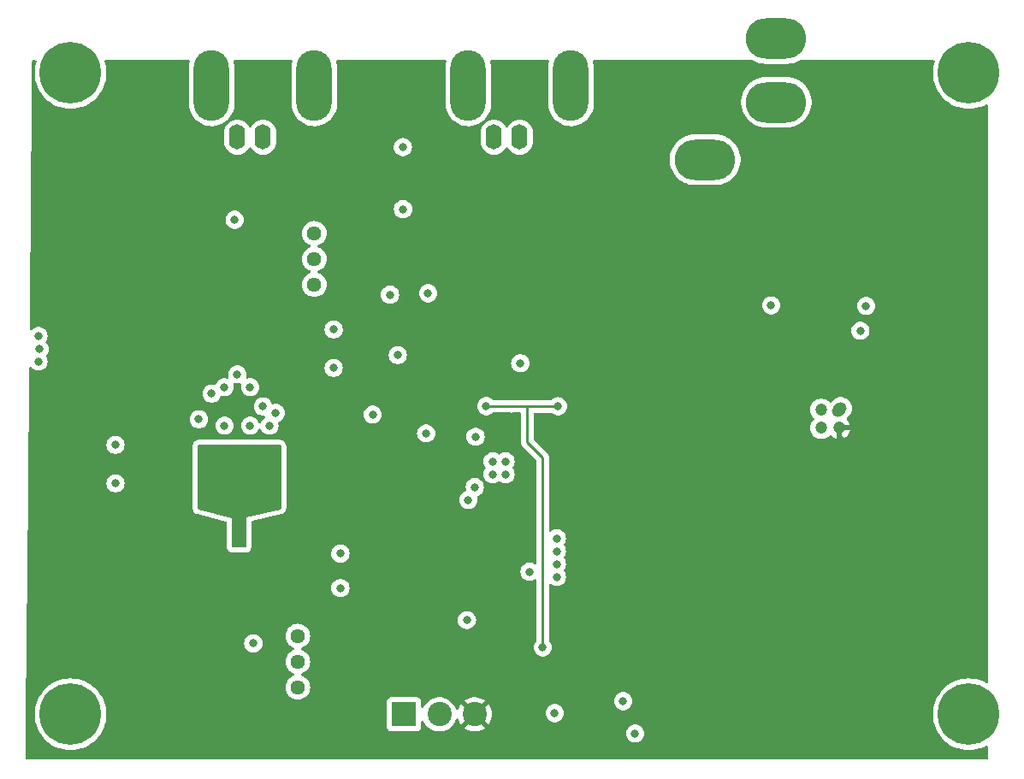
<source format=gbr>
%TF.GenerationSoftware,KiCad,Pcbnew,7.0.10*%
%TF.CreationDate,2024-03-12T19:05:43-04:00*%
%TF.ProjectId,current_controller,63757272-656e-4745-9f63-6f6e74726f6c,rev?*%
%TF.SameCoordinates,Original*%
%TF.FileFunction,Copper,L4,Bot*%
%TF.FilePolarity,Positive*%
%FSLAX46Y46*%
G04 Gerber Fmt 4.6, Leading zero omitted, Abs format (unit mm)*
G04 Created by KiCad (PCBNEW 7.0.10) date 2024-03-12 19:05:43*
%MOMM*%
%LPD*%
G01*
G04 APERTURE LIST*
G04 Aperture macros list*
%AMHorizOval*
0 Thick line with rounded ends*
0 $1 width*
0 $2 $3 position (X,Y) of the first rounded end (center of the circle)*
0 $4 $5 position (X,Y) of the second rounded end (center of the circle)*
0 Add line between two ends*
20,1,$1,$2,$3,$4,$5,0*
0 Add two circle primitives to create the rounded ends*
1,1,$1,$2,$3*
1,1,$1,$4,$5*%
G04 Aperture macros list end*
%TA.AperFunction,ComponentPad*%
%ADD10C,1.440000*%
%TD*%
%TA.AperFunction,ComponentPad*%
%ADD11O,1.600000X2.500000*%
%TD*%
%TA.AperFunction,ComponentPad*%
%ADD12O,3.500000X7.000000*%
%TD*%
%TA.AperFunction,ComponentPad*%
%ADD13O,6.000000X4.000000*%
%TD*%
%TA.AperFunction,ComponentPad*%
%ADD14R,2.400000X2.400000*%
%TD*%
%TA.AperFunction,ComponentPad*%
%ADD15C,2.400000*%
%TD*%
%TA.AperFunction,ComponentPad*%
%ADD16HorizOval,1.200000X-0.141421X-0.141421X0.141421X0.141421X0*%
%TD*%
%TA.AperFunction,ComponentPad*%
%ADD17C,1.200000*%
%TD*%
%TA.AperFunction,ViaPad*%
%ADD18C,6.096000*%
%TD*%
%TA.AperFunction,ViaPad*%
%ADD19C,0.800000*%
%TD*%
%TA.AperFunction,Conductor*%
%ADD20C,0.250000*%
%TD*%
G04 APERTURE END LIST*
D10*
%TO.P,R44,1,1*%
%TO.N,Net-(Q2-E)*%
X77105298Y-100197500D03*
%TO.P,R44,2,2*%
%TO.N,GND*%
X77105298Y-102737500D03*
%TO.P,R44,3,3*%
X77105298Y-105277500D03*
%TD*%
D11*
%TO.P,J6,1,In*%
%TO.N,/connecting to laser diode*%
X99060000Y-50800000D03*
D12*
%TO.P,J6,2,Ext*%
%TO.N,GND*%
X93980000Y-45720000D03*
D11*
X96520000Y-50800000D03*
D12*
X104140000Y-45720000D03*
%TD*%
D13*
%TO.P,R42,3,3*%
%TO.N,Net-(R40-Pad2)*%
X124460000Y-47346141D03*
%TO.P,R42,2,2*%
%TO.N,Net-(R11-Pad1)*%
X117420000Y-53046141D03*
%TO.P,R42,1,1*%
%TO.N,Laser_supply*%
X124460000Y-41046141D03*
%TD*%
D14*
%TO.P,J2,1,Pin_1*%
%TO.N,+15V*%
X87615000Y-107950000D03*
D15*
%TO.P,J2,2,Pin_2*%
%TO.N,GND*%
X91115000Y-107950000D03*
%TO.P,J2,3,Pin_3*%
%TO.N,-15V*%
X94615000Y-107950000D03*
%TD*%
D16*
%TO.P,U5,1*%
%TO.N,Net-(R33-Pad1)*%
X130701051Y-77788726D03*
D17*
%TO.P,U5,2*%
%TO.N,Net-(R10-Pad2)*%
X128905000Y-77788726D03*
%TO.P,U5,3*%
%TO.N,+15V*%
X128905000Y-79584777D03*
%TO.P,U5,4*%
%TO.N,-15V*%
X130701051Y-79584777D03*
%TD*%
D12*
%TO.P,J4,2,Ext*%
%TO.N,GND*%
X78740000Y-45720000D03*
D11*
X71120000Y-50800000D03*
D12*
X68580000Y-45720000D03*
D11*
%TO.P,J4,1,In*%
%TO.N,/Modulation Input*%
X73660000Y-50800000D03*
%TD*%
D10*
%TO.P,R43,1,1*%
%TO.N,Net-(Q1-E)*%
X78740000Y-60325000D03*
%TO.P,R43,2,2*%
%TO.N,GND*%
X78740000Y-62865000D03*
%TO.P,R43,3,3*%
X78740000Y-65405000D03*
%TD*%
D18*
%TO.N,GND*%
X54610000Y-107950000D03*
X54610000Y-44450000D03*
X143510000Y-107950000D03*
X143510000Y-44450000D03*
D19*
X59055000Y-85090000D03*
X72698723Y-100927059D03*
X70848310Y-58982101D03*
X80645000Y-69850000D03*
X89800244Y-80137446D03*
X109303584Y-106654913D03*
X86227500Y-66404702D03*
X100033666Y-93832719D03*
X93840250Y-98624465D03*
X81312144Y-92035926D03*
X87497500Y-51799702D03*
X81312144Y-95452343D03*
X89991560Y-66266791D03*
X80645000Y-73660000D03*
X84516084Y-78276118D03*
X102527847Y-107829366D03*
%TO.N,-15V*%
X51435000Y-99060000D03*
X89025432Y-77936106D03*
X59055000Y-88900000D03*
X92444068Y-95498944D03*
X125072639Y-71116674D03*
X91005237Y-63905037D03*
X51492084Y-97762990D03*
X130770594Y-80744331D03*
X51435000Y-96520000D03*
%TO.N,+15V*%
X110490000Y-109855000D03*
X87511303Y-57933453D03*
X51435000Y-70485000D03*
X51548215Y-71800196D03*
X51435000Y-73025000D03*
X59055000Y-81280000D03*
X132780844Y-69976223D03*
X86995000Y-72390000D03*
%TO.N,Laser_supply*%
X94690832Y-80472118D03*
X99120948Y-73188492D03*
X94615000Y-85454702D03*
X102737500Y-94344702D03*
X96387500Y-84184702D03*
X93980000Y-86724702D03*
X102737500Y-90534702D03*
X97657500Y-82914702D03*
X133350000Y-67519777D03*
X123947363Y-67463952D03*
X96387500Y-82914702D03*
X97657500Y-84184702D03*
X102737500Y-93074702D03*
X102737500Y-91804702D03*
%TO.N,Net-(U3-VI)*%
X74438298Y-82036500D03*
X70374298Y-86608500D03*
X72406298Y-82036500D03*
X74438298Y-86608500D03*
X68580000Y-81915000D03*
X70374298Y-82036500D03*
X68342298Y-86608500D03*
X74438298Y-84068500D03*
X72406298Y-86608500D03*
X68342298Y-84576500D03*
%TO.N,Net-(D2-K)*%
X68580000Y-76200000D03*
X71120000Y-74295000D03*
X69850000Y-79375000D03*
X69850000Y-75565000D03*
X73660000Y-77470000D03*
X72390000Y-79375000D03*
X74295000Y-79375000D03*
X74930000Y-78105000D03*
X67310000Y-78740000D03*
X72390000Y-75565000D03*
%TO.N,Net-(R14-Pad1)*%
X95752500Y-77446494D03*
X101340500Y-101329702D03*
X102857292Y-77453702D03*
%TD*%
D20*
%TO.N,Net-(R14-Pad1)*%
X101340500Y-82533702D02*
X99816500Y-81009702D01*
X101340500Y-101329702D02*
X101340500Y-82533702D01*
X99809292Y-77446494D02*
X99816500Y-77453702D01*
X95752500Y-77446494D02*
X98278084Y-77446494D01*
X98278084Y-77446494D02*
X98285292Y-77453702D01*
X99816500Y-77453702D02*
X102857292Y-77453702D01*
X98278084Y-77446494D02*
X99809292Y-77446494D01*
X99816500Y-81009702D02*
X99816500Y-77453702D01*
%TD*%
%TA.AperFunction,Conductor*%
%TO.N,Net-(U3-VI)*%
G36*
X75397337Y-81294185D02*
G01*
X75443092Y-81346989D01*
X75454298Y-81398500D01*
X75454298Y-87526481D01*
X75434613Y-87593520D01*
X75381809Y-87639275D01*
X75358928Y-87647131D01*
X72006474Y-88442669D01*
X72006069Y-91309771D01*
X71986375Y-91376807D01*
X71933564Y-91422555D01*
X71882458Y-91433752D01*
X71644404Y-91434499D01*
X71644318Y-91434499D01*
X71644298Y-91434500D01*
X71486522Y-91436228D01*
X70702994Y-91444814D01*
X70635742Y-91425865D01*
X70589412Y-91373565D01*
X70577635Y-91321138D01*
X70570472Y-88498875D01*
X70570471Y-88498874D01*
X67292166Y-87648586D01*
X67232216Y-87612701D01*
X67201184Y-87550101D01*
X67199298Y-87528558D01*
X67199298Y-81398500D01*
X67218983Y-81331461D01*
X67271787Y-81285706D01*
X67323298Y-81274500D01*
X75330298Y-81274500D01*
X75397337Y-81294185D01*
G37*
%TD.AperFunction*%
%TD*%
%TA.AperFunction,Conductor*%
%TO.N,-15V*%
G36*
X51183166Y-43199685D02*
G01*
X51228921Y-43252489D01*
X51238865Y-43321647D01*
X51231892Y-43348434D01*
X51230548Y-43351933D01*
X51230546Y-43351941D01*
X51134280Y-43711211D01*
X51134279Y-43711218D01*
X51076096Y-44078570D01*
X51056630Y-44449999D01*
X51056630Y-44450000D01*
X51076096Y-44821429D01*
X51134279Y-45188781D01*
X51134280Y-45188788D01*
X51230545Y-45548056D01*
X51363836Y-45895289D01*
X51532693Y-46226689D01*
X51735261Y-46538616D01*
X51735263Y-46538618D01*
X51969331Y-46827669D01*
X52232331Y-47090669D01*
X52232335Y-47090672D01*
X52521383Y-47324738D01*
X52796586Y-47503457D01*
X52833315Y-47527309D01*
X53164714Y-47696165D01*
X53511948Y-47829456D01*
X53871213Y-47925720D01*
X54238572Y-47983904D01*
X54589456Y-48002293D01*
X54609999Y-48003370D01*
X54610000Y-48003370D01*
X54610001Y-48003370D01*
X54629467Y-48002349D01*
X54981428Y-47983904D01*
X55348787Y-47925720D01*
X55708052Y-47829456D01*
X56055286Y-47696165D01*
X56386685Y-47527309D01*
X56698618Y-47324737D01*
X56987669Y-47090669D01*
X57250669Y-46827669D01*
X57484737Y-46538618D01*
X57687309Y-46226685D01*
X57856165Y-45895286D01*
X57989456Y-45548052D01*
X58085720Y-45188787D01*
X58143904Y-44821428D01*
X58163370Y-44450000D01*
X58143904Y-44078572D01*
X58085720Y-43711213D01*
X57989456Y-43351948D01*
X57989452Y-43351938D01*
X57989451Y-43351933D01*
X57988108Y-43348434D01*
X57982462Y-43278793D01*
X58015364Y-43217155D01*
X58076366Y-43183089D01*
X58103873Y-43180000D01*
X66300460Y-43180000D01*
X66367499Y-43199685D01*
X66413254Y-43252489D01*
X66423198Y-43321647D01*
X66420054Y-43336760D01*
X66369660Y-43520727D01*
X66329500Y-43819350D01*
X66329500Y-47545252D01*
X66344587Y-47770631D01*
X66344589Y-47770640D01*
X66404604Y-48065905D01*
X66503439Y-48350535D01*
X66503441Y-48350540D01*
X66639328Y-48619453D01*
X66639331Y-48619458D01*
X66639332Y-48619459D01*
X66809856Y-48867869D01*
X66809858Y-48867871D01*
X66809860Y-48867874D01*
X67011969Y-49091334D01*
X67063440Y-49134850D01*
X67242061Y-49285865D01*
X67496030Y-49447993D01*
X67769342Y-49574823D01*
X68057121Y-49664093D01*
X68354230Y-49714209D01*
X68655369Y-49724277D01*
X68955162Y-49694118D01*
X69248261Y-49624269D01*
X69529434Y-49515977D01*
X69793665Y-49371175D01*
X70036238Y-49192446D01*
X70252824Y-48982980D01*
X70439558Y-48746515D01*
X70593109Y-48487270D01*
X70710736Y-48209872D01*
X70790340Y-47919271D01*
X70830500Y-47620653D01*
X70830500Y-43894756D01*
X70830500Y-43894747D01*
X70815412Y-43669368D01*
X70815412Y-43669366D01*
X70755396Y-43374097D01*
X70755394Y-43374091D01*
X70745180Y-43344674D01*
X70741785Y-43274887D01*
X70776659Y-43214343D01*
X70838729Y-43182265D01*
X70862319Y-43180000D01*
X76460460Y-43180000D01*
X76527499Y-43199685D01*
X76573254Y-43252489D01*
X76583198Y-43321647D01*
X76580054Y-43336760D01*
X76529660Y-43520727D01*
X76489500Y-43819350D01*
X76489500Y-47545252D01*
X76504587Y-47770631D01*
X76504589Y-47770640D01*
X76564604Y-48065905D01*
X76663439Y-48350535D01*
X76663441Y-48350540D01*
X76799328Y-48619453D01*
X76799331Y-48619458D01*
X76799332Y-48619459D01*
X76969856Y-48867869D01*
X76969858Y-48867871D01*
X76969860Y-48867874D01*
X77171969Y-49091334D01*
X77223440Y-49134850D01*
X77402061Y-49285865D01*
X77656030Y-49447993D01*
X77929342Y-49574823D01*
X78217121Y-49664093D01*
X78514230Y-49714209D01*
X78815369Y-49724277D01*
X79115162Y-49694118D01*
X79408261Y-49624269D01*
X79689434Y-49515977D01*
X79953665Y-49371175D01*
X80196238Y-49192446D01*
X80412824Y-48982980D01*
X80599558Y-48746515D01*
X80753109Y-48487270D01*
X80870736Y-48209872D01*
X80950340Y-47919271D01*
X80990500Y-47620653D01*
X80990500Y-43894756D01*
X80990500Y-43894747D01*
X80975412Y-43669368D01*
X80975412Y-43669366D01*
X80915396Y-43374097D01*
X80915394Y-43374091D01*
X80905180Y-43344674D01*
X80901785Y-43274887D01*
X80936659Y-43214343D01*
X80998729Y-43182265D01*
X81022319Y-43180000D01*
X91700460Y-43180000D01*
X91767499Y-43199685D01*
X91813254Y-43252489D01*
X91823198Y-43321647D01*
X91820054Y-43336760D01*
X91769660Y-43520727D01*
X91729500Y-43819350D01*
X91729500Y-47545252D01*
X91744587Y-47770631D01*
X91744589Y-47770640D01*
X91804604Y-48065905D01*
X91903439Y-48350535D01*
X91903441Y-48350540D01*
X92039328Y-48619453D01*
X92039331Y-48619458D01*
X92039332Y-48619459D01*
X92209856Y-48867869D01*
X92209858Y-48867871D01*
X92209860Y-48867874D01*
X92411969Y-49091334D01*
X92463440Y-49134850D01*
X92642061Y-49285865D01*
X92896030Y-49447993D01*
X93169342Y-49574823D01*
X93457121Y-49664093D01*
X93754230Y-49714209D01*
X94055369Y-49724277D01*
X94355162Y-49694118D01*
X94648261Y-49624269D01*
X94929434Y-49515977D01*
X95193665Y-49371175D01*
X95436238Y-49192446D01*
X95652824Y-48982980D01*
X95839558Y-48746515D01*
X95993109Y-48487270D01*
X96110736Y-48209872D01*
X96190340Y-47919271D01*
X96230500Y-47620653D01*
X96230500Y-43894756D01*
X96230500Y-43894747D01*
X96215412Y-43669368D01*
X96215412Y-43669366D01*
X96155396Y-43374097D01*
X96155394Y-43374091D01*
X96145180Y-43344674D01*
X96141785Y-43274887D01*
X96176659Y-43214343D01*
X96238729Y-43182265D01*
X96262319Y-43180000D01*
X101860460Y-43180000D01*
X101927499Y-43199685D01*
X101973254Y-43252489D01*
X101983198Y-43321647D01*
X101980054Y-43336760D01*
X101929660Y-43520727D01*
X101889500Y-43819350D01*
X101889500Y-47545252D01*
X101904587Y-47770631D01*
X101904589Y-47770640D01*
X101964604Y-48065905D01*
X102063439Y-48350535D01*
X102063441Y-48350540D01*
X102199328Y-48619453D01*
X102199331Y-48619458D01*
X102199332Y-48619459D01*
X102369856Y-48867869D01*
X102369858Y-48867871D01*
X102369860Y-48867874D01*
X102571969Y-49091334D01*
X102623440Y-49134850D01*
X102802061Y-49285865D01*
X103056030Y-49447993D01*
X103329342Y-49574823D01*
X103617121Y-49664093D01*
X103914230Y-49714209D01*
X104215369Y-49724277D01*
X104515162Y-49694118D01*
X104808261Y-49624269D01*
X105089434Y-49515977D01*
X105353665Y-49371175D01*
X105596238Y-49192446D01*
X105812824Y-48982980D01*
X105999558Y-48746515D01*
X106153109Y-48487270D01*
X106270736Y-48209872D01*
X106350340Y-47919271D01*
X106390500Y-47620653D01*
X106390500Y-47503470D01*
X120959500Y-47503470D01*
X120998932Y-47815604D01*
X120998934Y-47815617D01*
X121077180Y-48120366D01*
X121077181Y-48120369D01*
X121193001Y-48412898D01*
X121193002Y-48412899D01*
X121193004Y-48412904D01*
X121193006Y-48412907D01*
X121344584Y-48688625D01*
X121344586Y-48688629D01*
X121344591Y-48688636D01*
X121529515Y-48943162D01*
X121529522Y-48943171D01*
X121698636Y-49123258D01*
X121744907Y-49172532D01*
X121744909Y-49172534D01*
X121987334Y-49373086D01*
X121987338Y-49373089D01*
X122105370Y-49447994D01*
X122252993Y-49541678D01*
X122323430Y-49574823D01*
X122537678Y-49675641D01*
X122537682Y-49675642D01*
X122537685Y-49675644D01*
X122836921Y-49772872D01*
X123145985Y-49831829D01*
X123145990Y-49831829D01*
X123145995Y-49831830D01*
X123381406Y-49846641D01*
X123381417Y-49846641D01*
X125538594Y-49846641D01*
X125774004Y-49831830D01*
X125774007Y-49831829D01*
X125774015Y-49831829D01*
X126083079Y-49772872D01*
X126382315Y-49675644D01*
X126667007Y-49541678D01*
X126932663Y-49373088D01*
X127175094Y-49172531D01*
X127390478Y-48943171D01*
X127575416Y-48688625D01*
X127726994Y-48412907D01*
X127842819Y-48120366D01*
X127921066Y-47815614D01*
X127952451Y-47567174D01*
X127960499Y-47503470D01*
X127960500Y-47503457D01*
X127960500Y-47188824D01*
X127960499Y-47188811D01*
X127921067Y-46876677D01*
X127921065Y-46876664D01*
X127842819Y-46571915D01*
X127842818Y-46571912D01*
X127726998Y-46279383D01*
X127726997Y-46279382D01*
X127726996Y-46279380D01*
X127726994Y-46279375D01*
X127575416Y-46003657D01*
X127575410Y-46003650D01*
X127575408Y-46003645D01*
X127390484Y-45749119D01*
X127390476Y-45749109D01*
X127175092Y-45519749D01*
X127175090Y-45519747D01*
X126932665Y-45319195D01*
X126932661Y-45319192D01*
X126667009Y-45150605D01*
X126667003Y-45150602D01*
X126382321Y-45016640D01*
X126382316Y-45016638D01*
X126083083Y-44919411D01*
X126083080Y-44919410D01*
X126083079Y-44919410D01*
X125928547Y-44889931D01*
X125774011Y-44860452D01*
X125774004Y-44860451D01*
X125538594Y-44845641D01*
X125538583Y-44845641D01*
X123381417Y-44845641D01*
X123381406Y-44845641D01*
X123145995Y-44860451D01*
X123145988Y-44860452D01*
X122836916Y-44919411D01*
X122537683Y-45016638D01*
X122537678Y-45016640D01*
X122252996Y-45150602D01*
X122252990Y-45150605D01*
X121987338Y-45319192D01*
X121987334Y-45319195D01*
X121744909Y-45519747D01*
X121744907Y-45519749D01*
X121529523Y-45749109D01*
X121529515Y-45749119D01*
X121344591Y-46003645D01*
X121344584Y-46003657D01*
X121193002Y-46279382D01*
X121193001Y-46279383D01*
X121077181Y-46571912D01*
X121077180Y-46571915D01*
X120998934Y-46876664D01*
X120998932Y-46876677D01*
X120959500Y-47188811D01*
X120959500Y-47503470D01*
X106390500Y-47503470D01*
X106390500Y-43894756D01*
X106390500Y-43894747D01*
X106375412Y-43669368D01*
X106375412Y-43669366D01*
X106315396Y-43374097D01*
X106315394Y-43374091D01*
X106305180Y-43344674D01*
X106301785Y-43274887D01*
X106336659Y-43214343D01*
X106398729Y-43182265D01*
X106422319Y-43180000D01*
X122119778Y-43180000D01*
X122186220Y-43199303D01*
X122186822Y-43199685D01*
X122252993Y-43241678D01*
X122383016Y-43302862D01*
X122537678Y-43375641D01*
X122537682Y-43375642D01*
X122537685Y-43375644D01*
X122836921Y-43472872D01*
X123145985Y-43531829D01*
X123145990Y-43531829D01*
X123145995Y-43531830D01*
X123381406Y-43546641D01*
X123381417Y-43546641D01*
X125538594Y-43546641D01*
X125774004Y-43531830D01*
X125774007Y-43531829D01*
X125774015Y-43531829D01*
X126083079Y-43472872D01*
X126382315Y-43375644D01*
X126667007Y-43241678D01*
X126733178Y-43199685D01*
X126733780Y-43199303D01*
X126800222Y-43180000D01*
X140016127Y-43180000D01*
X140083166Y-43199685D01*
X140128921Y-43252489D01*
X140138865Y-43321647D01*
X140131892Y-43348434D01*
X140130548Y-43351933D01*
X140130546Y-43351941D01*
X140034280Y-43711211D01*
X140034279Y-43711218D01*
X139976096Y-44078570D01*
X139956630Y-44449999D01*
X139956630Y-44450000D01*
X139976096Y-44821429D01*
X140034279Y-45188781D01*
X140034280Y-45188788D01*
X140130545Y-45548056D01*
X140263836Y-45895289D01*
X140432693Y-46226689D01*
X140635261Y-46538616D01*
X140635263Y-46538618D01*
X140869331Y-46827669D01*
X141132331Y-47090669D01*
X141132335Y-47090672D01*
X141421383Y-47324738D01*
X141696586Y-47503457D01*
X141733315Y-47527309D01*
X142064714Y-47696165D01*
X142411948Y-47829456D01*
X142771213Y-47925720D01*
X143138572Y-47983904D01*
X143489456Y-48002293D01*
X143509999Y-48003370D01*
X143510000Y-48003370D01*
X143510001Y-48003370D01*
X143529467Y-48002349D01*
X143881428Y-47983904D01*
X144248787Y-47925720D01*
X144608052Y-47829456D01*
X144955286Y-47696165D01*
X145234705Y-47553793D01*
X145303374Y-47540898D01*
X145368115Y-47567174D01*
X145408372Y-47624281D01*
X145415000Y-47664279D01*
X145415000Y-104735720D01*
X145395315Y-104802759D01*
X145342511Y-104848514D01*
X145273353Y-104858458D01*
X145234706Y-104846205D01*
X144955293Y-104703838D01*
X144955288Y-104703836D01*
X144955286Y-104703835D01*
X144827210Y-104654671D01*
X144608056Y-104570545D01*
X144248788Y-104474280D01*
X144248781Y-104474279D01*
X143881429Y-104416096D01*
X143510001Y-104396630D01*
X143509999Y-104396630D01*
X143138570Y-104416096D01*
X142771218Y-104474279D01*
X142771211Y-104474280D01*
X142411943Y-104570545D01*
X142064710Y-104703836D01*
X141733310Y-104872693D01*
X141421383Y-105075261D01*
X141132335Y-105309327D01*
X141132327Y-105309334D01*
X140869334Y-105572327D01*
X140869327Y-105572335D01*
X140635261Y-105861383D01*
X140432693Y-106173310D01*
X140263836Y-106504710D01*
X140130545Y-106851943D01*
X140034280Y-107211211D01*
X140034279Y-107211218D01*
X139976096Y-107578570D01*
X139956630Y-107949999D01*
X139956630Y-107950000D01*
X139976096Y-108321429D01*
X140034279Y-108688781D01*
X140034280Y-108688788D01*
X140130545Y-109048056D01*
X140263836Y-109395289D01*
X140432693Y-109726689D01*
X140635261Y-110038616D01*
X140639021Y-110043259D01*
X140869331Y-110327669D01*
X141132331Y-110590669D01*
X141132335Y-110590672D01*
X141421383Y-110824738D01*
X141733310Y-111027306D01*
X141733315Y-111027309D01*
X142064714Y-111196165D01*
X142411948Y-111329456D01*
X142771213Y-111425720D01*
X143138572Y-111483904D01*
X143489456Y-111502293D01*
X143509999Y-111503370D01*
X143510000Y-111503370D01*
X143510001Y-111503370D01*
X143529467Y-111502349D01*
X143881428Y-111483904D01*
X144248787Y-111425720D01*
X144608052Y-111329456D01*
X144955286Y-111196165D01*
X145234705Y-111053793D01*
X145303374Y-111040898D01*
X145368115Y-111067174D01*
X145408372Y-111124281D01*
X145415000Y-111164279D01*
X145415000Y-112271000D01*
X145395315Y-112338039D01*
X145342511Y-112383794D01*
X145291000Y-112395000D01*
X50290143Y-112395000D01*
X50223104Y-112375315D01*
X50177349Y-112322511D01*
X50166148Y-112269862D01*
X50174776Y-111329454D01*
X50205780Y-107950000D01*
X51056630Y-107950000D01*
X51076096Y-108321429D01*
X51134279Y-108688781D01*
X51134280Y-108688788D01*
X51230545Y-109048056D01*
X51363836Y-109395289D01*
X51532693Y-109726689D01*
X51735261Y-110038616D01*
X51739021Y-110043259D01*
X51969331Y-110327669D01*
X52232331Y-110590669D01*
X52232335Y-110590672D01*
X52521383Y-110824738D01*
X52833310Y-111027306D01*
X52833315Y-111027309D01*
X53164714Y-111196165D01*
X53511948Y-111329456D01*
X53871213Y-111425720D01*
X54238572Y-111483904D01*
X54589456Y-111502293D01*
X54609999Y-111503370D01*
X54610000Y-111503370D01*
X54610001Y-111503370D01*
X54629467Y-111502349D01*
X54981428Y-111483904D01*
X55348787Y-111425720D01*
X55708052Y-111329456D01*
X56055286Y-111196165D01*
X56386685Y-111027309D01*
X56698618Y-110824737D01*
X56987669Y-110590669D01*
X57250669Y-110327669D01*
X57484737Y-110038618D01*
X57603980Y-109855000D01*
X109584540Y-109855000D01*
X109604326Y-110043256D01*
X109604327Y-110043259D01*
X109662818Y-110223277D01*
X109662821Y-110223284D01*
X109757467Y-110387216D01*
X109884129Y-110527888D01*
X110037265Y-110639148D01*
X110037270Y-110639151D01*
X110210192Y-110716142D01*
X110210197Y-110716144D01*
X110395354Y-110755500D01*
X110395355Y-110755500D01*
X110584644Y-110755500D01*
X110584646Y-110755500D01*
X110769803Y-110716144D01*
X110942730Y-110639151D01*
X111095871Y-110527888D01*
X111222533Y-110387216D01*
X111317179Y-110223284D01*
X111375674Y-110043256D01*
X111395460Y-109855000D01*
X111375674Y-109666744D01*
X111317179Y-109486716D01*
X111222533Y-109322784D01*
X111095871Y-109182112D01*
X111095870Y-109182111D01*
X110942734Y-109070851D01*
X110942729Y-109070848D01*
X110769807Y-108993857D01*
X110769802Y-108993855D01*
X110624001Y-108962865D01*
X110584646Y-108954500D01*
X110395354Y-108954500D01*
X110362897Y-108961398D01*
X110210197Y-108993855D01*
X110210192Y-108993857D01*
X110037270Y-109070848D01*
X110037265Y-109070851D01*
X109884129Y-109182111D01*
X109757466Y-109322785D01*
X109662821Y-109486715D01*
X109662818Y-109486722D01*
X109609604Y-109650499D01*
X109604326Y-109666744D01*
X109584540Y-109855000D01*
X57603980Y-109855000D01*
X57687309Y-109726685D01*
X57856165Y-109395286D01*
X57931946Y-109197870D01*
X85914500Y-109197870D01*
X85914501Y-109197876D01*
X85920908Y-109257483D01*
X85971202Y-109392328D01*
X85971206Y-109392335D01*
X86057452Y-109507544D01*
X86057455Y-109507547D01*
X86172664Y-109593793D01*
X86172671Y-109593797D01*
X86307517Y-109644091D01*
X86307516Y-109644091D01*
X86314444Y-109644835D01*
X86367127Y-109650500D01*
X88862872Y-109650499D01*
X88922483Y-109644091D01*
X89057331Y-109593796D01*
X89172546Y-109507546D01*
X89258796Y-109392331D01*
X89309091Y-109257483D01*
X89315500Y-109197873D01*
X89315499Y-108674854D01*
X89335183Y-108607818D01*
X89387987Y-108562063D01*
X89457146Y-108552119D01*
X89520702Y-108581144D01*
X89554927Y-108629553D01*
X89578607Y-108689888D01*
X89706041Y-108910612D01*
X89864950Y-109109877D01*
X90051783Y-109283232D01*
X90262366Y-109426805D01*
X90262371Y-109426807D01*
X90262372Y-109426808D01*
X90262373Y-109426809D01*
X90384328Y-109485538D01*
X90491992Y-109537387D01*
X90491993Y-109537387D01*
X90491996Y-109537389D01*
X90735542Y-109612513D01*
X90987565Y-109650500D01*
X91242435Y-109650500D01*
X91494458Y-109612513D01*
X91738004Y-109537389D01*
X91967634Y-109426805D01*
X92178217Y-109283232D01*
X92365050Y-109109877D01*
X92523959Y-108910612D01*
X92651393Y-108689888D01*
X92744508Y-108452637D01*
X92744510Y-108452624D01*
X92745878Y-108448196D01*
X92747008Y-108448544D01*
X92778464Y-108392295D01*
X92840121Y-108359430D01*
X92909759Y-108365117D01*
X92965268Y-108407551D01*
X92983868Y-108448269D01*
X92984600Y-108448044D01*
X92985973Y-108452494D01*
X93079058Y-108689671D01*
X93079057Y-108689671D01*
X93206454Y-108910327D01*
X93206461Y-108910338D01*
X93248452Y-108962991D01*
X93248453Y-108962992D01*
X94052226Y-108159219D01*
X94090901Y-108252588D01*
X94187075Y-108377925D01*
X94312412Y-108474099D01*
X94405779Y-108512772D01*
X93601813Y-109316738D01*
X93762616Y-109426371D01*
X93762624Y-109426376D01*
X93992176Y-109536921D01*
X93992174Y-109536921D01*
X94235652Y-109612024D01*
X94235658Y-109612026D01*
X94487595Y-109649999D01*
X94487604Y-109650000D01*
X94742396Y-109650000D01*
X94742404Y-109649999D01*
X94994341Y-109612026D01*
X94994347Y-109612024D01*
X95237824Y-109536921D01*
X95467376Y-109426376D01*
X95467377Y-109426375D01*
X95628185Y-109316738D01*
X94824220Y-108512772D01*
X94917588Y-108474099D01*
X95042925Y-108377925D01*
X95139099Y-108252589D01*
X95177773Y-108159220D01*
X95981544Y-108962992D01*
X95981546Y-108962991D01*
X96023544Y-108910330D01*
X96150941Y-108689671D01*
X96244026Y-108452494D01*
X96244031Y-108452477D01*
X96300726Y-108204079D01*
X96319767Y-107950004D01*
X96319767Y-107949995D01*
X96310727Y-107829366D01*
X101622387Y-107829366D01*
X101642173Y-108017622D01*
X101642174Y-108017625D01*
X101700665Y-108197643D01*
X101700668Y-108197650D01*
X101795314Y-108361582D01*
X101877172Y-108452494D01*
X101921976Y-108502254D01*
X102075112Y-108613514D01*
X102075117Y-108613517D01*
X102248039Y-108690508D01*
X102248044Y-108690510D01*
X102433201Y-108729866D01*
X102433202Y-108729866D01*
X102622491Y-108729866D01*
X102622493Y-108729866D01*
X102807650Y-108690510D01*
X102980577Y-108613517D01*
X103133718Y-108502254D01*
X103260380Y-108361582D01*
X103355026Y-108197650D01*
X103413521Y-108017622D01*
X103433307Y-107829366D01*
X103413521Y-107641110D01*
X103355026Y-107461082D01*
X103260380Y-107297150D01*
X103133718Y-107156478D01*
X103133717Y-107156477D01*
X102980581Y-107045217D01*
X102980576Y-107045214D01*
X102807654Y-106968223D01*
X102807649Y-106968221D01*
X102660789Y-106937006D01*
X102622493Y-106928866D01*
X102433201Y-106928866D01*
X102400744Y-106935764D01*
X102248044Y-106968221D01*
X102248039Y-106968223D01*
X102075117Y-107045214D01*
X102075112Y-107045217D01*
X101921976Y-107156477D01*
X101795313Y-107297151D01*
X101700668Y-107461081D01*
X101700665Y-107461088D01*
X101656685Y-107596446D01*
X101642173Y-107641110D01*
X101622387Y-107829366D01*
X96310727Y-107829366D01*
X96300726Y-107695920D01*
X96244031Y-107447522D01*
X96244026Y-107447505D01*
X96150941Y-107210328D01*
X96150942Y-107210328D01*
X96023545Y-106989672D01*
X95981545Y-106937006D01*
X95177772Y-107740779D01*
X95139099Y-107647412D01*
X95042925Y-107522075D01*
X94917588Y-107425901D01*
X94824219Y-107387226D01*
X95556532Y-106654913D01*
X108398124Y-106654913D01*
X108417910Y-106843169D01*
X108417911Y-106843172D01*
X108476402Y-107023190D01*
X108476405Y-107023197D01*
X108571051Y-107187129D01*
X108646071Y-107270447D01*
X108697713Y-107327801D01*
X108850849Y-107439061D01*
X108850854Y-107439064D01*
X109023776Y-107516055D01*
X109023781Y-107516057D01*
X109208938Y-107555413D01*
X109208939Y-107555413D01*
X109398228Y-107555413D01*
X109398230Y-107555413D01*
X109583387Y-107516057D01*
X109756314Y-107439064D01*
X109909455Y-107327801D01*
X110036117Y-107187129D01*
X110130763Y-107023197D01*
X110189258Y-106843169D01*
X110209044Y-106654913D01*
X110189258Y-106466657D01*
X110130763Y-106286629D01*
X110036117Y-106122697D01*
X109909455Y-105982025D01*
X109909454Y-105982024D01*
X109756318Y-105870764D01*
X109756313Y-105870761D01*
X109583391Y-105793770D01*
X109583386Y-105793768D01*
X109437585Y-105762778D01*
X109398230Y-105754413D01*
X109208938Y-105754413D01*
X109176481Y-105761311D01*
X109023781Y-105793768D01*
X109023776Y-105793770D01*
X108850854Y-105870761D01*
X108850849Y-105870764D01*
X108697713Y-105982024D01*
X108571050Y-106122698D01*
X108476405Y-106286628D01*
X108476402Y-106286635D01*
X108417911Y-106466653D01*
X108417910Y-106466657D01*
X108398124Y-106654913D01*
X95556532Y-106654913D01*
X95628185Y-106583260D01*
X95467384Y-106473628D01*
X95467376Y-106473623D01*
X95237823Y-106363078D01*
X95237825Y-106363078D01*
X94994347Y-106287975D01*
X94994341Y-106287973D01*
X94742404Y-106250000D01*
X94487595Y-106250000D01*
X94235658Y-106287973D01*
X94235652Y-106287975D01*
X93992175Y-106363078D01*
X93762622Y-106473625D01*
X93762609Y-106473632D01*
X93601813Y-106583259D01*
X94405780Y-107387226D01*
X94312412Y-107425901D01*
X94187075Y-107522075D01*
X94090901Y-107647411D01*
X94052226Y-107740780D01*
X93248452Y-106937006D01*
X93206457Y-106989667D01*
X93079058Y-107210328D01*
X92985973Y-107447505D01*
X92984600Y-107451956D01*
X92983432Y-107451595D01*
X92952026Y-107507726D01*
X92890360Y-107540575D01*
X92820724Y-107534871D01*
X92765226Y-107492423D01*
X92746581Y-107451587D01*
X92745878Y-107451804D01*
X92744509Y-107447371D01*
X92744508Y-107447363D01*
X92651393Y-107210112D01*
X92523959Y-106989388D01*
X92365050Y-106790123D01*
X92178217Y-106616768D01*
X91967634Y-106473195D01*
X91967630Y-106473193D01*
X91967627Y-106473191D01*
X91967626Y-106473190D01*
X91738006Y-106362612D01*
X91738008Y-106362612D01*
X91494466Y-106287489D01*
X91494462Y-106287488D01*
X91494458Y-106287487D01*
X91373231Y-106269214D01*
X91242440Y-106249500D01*
X91242435Y-106249500D01*
X90987565Y-106249500D01*
X90987559Y-106249500D01*
X90830609Y-106273157D01*
X90735542Y-106287487D01*
X90735539Y-106287488D01*
X90735533Y-106287489D01*
X90491992Y-106362612D01*
X90262373Y-106473190D01*
X90262372Y-106473191D01*
X90051782Y-106616768D01*
X89864952Y-106790121D01*
X89864950Y-106790123D01*
X89706041Y-106989388D01*
X89578608Y-107210109D01*
X89554927Y-107270447D01*
X89512110Y-107325661D01*
X89446240Y-107348961D01*
X89378230Y-107332950D01*
X89329672Y-107282711D01*
X89315499Y-107225144D01*
X89315499Y-106702129D01*
X89315498Y-106702123D01*
X89315497Y-106702116D01*
X89309091Y-106642517D01*
X89299487Y-106616768D01*
X89258797Y-106507671D01*
X89258793Y-106507664D01*
X89172547Y-106392455D01*
X89172544Y-106392452D01*
X89057335Y-106306206D01*
X89057328Y-106306202D01*
X88922482Y-106255908D01*
X88922483Y-106255908D01*
X88862883Y-106249501D01*
X88862881Y-106249500D01*
X88862873Y-106249500D01*
X88862864Y-106249500D01*
X86367129Y-106249500D01*
X86367123Y-106249501D01*
X86307516Y-106255908D01*
X86172671Y-106306202D01*
X86172664Y-106306206D01*
X86057455Y-106392452D01*
X86057452Y-106392455D01*
X85971206Y-106507664D01*
X85971202Y-106507671D01*
X85920908Y-106642517D01*
X85914501Y-106702116D01*
X85914501Y-106702123D01*
X85914500Y-106702135D01*
X85914500Y-109197870D01*
X57931946Y-109197870D01*
X57989456Y-109048052D01*
X58085720Y-108688787D01*
X58143904Y-108321428D01*
X58163370Y-107950000D01*
X58143904Y-107578572D01*
X58085720Y-107211213D01*
X57989456Y-106851948D01*
X57856165Y-106504714D01*
X57687309Y-106173315D01*
X57563083Y-105982024D01*
X57484738Y-105861383D01*
X57351243Y-105696530D01*
X57250669Y-105572331D01*
X56987669Y-105309331D01*
X56948362Y-105277501D01*
X75880136Y-105277501D01*
X75898748Y-105490241D01*
X75898750Y-105490252D01*
X75954019Y-105696522D01*
X75954021Y-105696526D01*
X75954022Y-105696530D01*
X75996469Y-105787558D01*
X76044275Y-105890078D01*
X76166770Y-106065021D01*
X76317776Y-106216027D01*
X76317779Y-106216029D01*
X76492717Y-106338521D01*
X76492719Y-106338522D01*
X76492718Y-106338522D01*
X76544378Y-106362611D01*
X76686268Y-106428776D01*
X76892551Y-106484049D01*
X77044513Y-106497344D01*
X77105296Y-106502662D01*
X77105298Y-106502662D01*
X77105300Y-106502662D01*
X77158484Y-106498008D01*
X77318045Y-106484049D01*
X77524328Y-106428776D01*
X77717879Y-106338521D01*
X77892817Y-106216029D01*
X78043827Y-106065019D01*
X78166319Y-105890081D01*
X78256574Y-105696530D01*
X78311847Y-105490247D01*
X78330460Y-105277500D01*
X78311847Y-105064753D01*
X78260385Y-104872693D01*
X78256576Y-104858477D01*
X78256575Y-104858476D01*
X78256574Y-104858470D01*
X78166319Y-104664919D01*
X78043827Y-104489981D01*
X78043825Y-104489978D01*
X77892819Y-104338972D01*
X77717876Y-104216477D01*
X77717877Y-104216477D01*
X77588845Y-104156309D01*
X77524328Y-104126224D01*
X77524321Y-104126222D01*
X77519234Y-104124370D01*
X77520007Y-104122246D01*
X77468603Y-104090924D01*
X77438064Y-104028081D01*
X77446348Y-103958704D01*
X77490826Y-103904820D01*
X77519613Y-103891672D01*
X77519234Y-103890630D01*
X77524311Y-103888780D01*
X77524328Y-103888776D01*
X77717879Y-103798521D01*
X77892817Y-103676029D01*
X78043827Y-103525019D01*
X78166319Y-103350081D01*
X78256574Y-103156530D01*
X78311847Y-102950247D01*
X78330460Y-102737500D01*
X78311847Y-102524753D01*
X78256574Y-102318470D01*
X78166319Y-102124919D01*
X78043827Y-101949981D01*
X78043825Y-101949978D01*
X77892819Y-101798972D01*
X77717876Y-101676477D01*
X77717877Y-101676477D01*
X77588845Y-101616309D01*
X77524328Y-101586224D01*
X77524321Y-101586222D01*
X77519234Y-101584370D01*
X77520007Y-101582246D01*
X77468603Y-101550924D01*
X77438064Y-101488081D01*
X77446348Y-101418704D01*
X77490826Y-101364820D01*
X77519613Y-101351672D01*
X77519234Y-101350630D01*
X77524311Y-101348780D01*
X77524328Y-101348776D01*
X77717879Y-101258521D01*
X77892817Y-101136029D01*
X78043827Y-100985019D01*
X78166319Y-100810081D01*
X78256574Y-100616530D01*
X78311847Y-100410247D01*
X78330460Y-100197500D01*
X78311847Y-99984753D01*
X78256574Y-99778470D01*
X78166319Y-99584919D01*
X78043827Y-99409981D01*
X78043825Y-99409978D01*
X77892819Y-99258972D01*
X77717876Y-99136477D01*
X77717877Y-99136477D01*
X77588845Y-99076309D01*
X77524328Y-99046224D01*
X77524324Y-99046223D01*
X77524320Y-99046221D01*
X77318050Y-98990952D01*
X77318046Y-98990951D01*
X77318045Y-98990951D01*
X77318044Y-98990950D01*
X77318039Y-98990950D01*
X77105300Y-98972338D01*
X77105296Y-98972338D01*
X76892556Y-98990950D01*
X76892545Y-98990952D01*
X76686275Y-99046221D01*
X76686266Y-99046225D01*
X76492719Y-99136477D01*
X76317776Y-99258972D01*
X76166770Y-99409978D01*
X76044275Y-99584921D01*
X75954023Y-99778468D01*
X75954019Y-99778477D01*
X75898750Y-99984747D01*
X75898748Y-99984758D01*
X75880136Y-100197498D01*
X75880136Y-100197501D01*
X75898748Y-100410241D01*
X75898750Y-100410252D01*
X75954019Y-100616522D01*
X75954021Y-100616526D01*
X75954022Y-100616530D01*
X75992037Y-100698053D01*
X76044275Y-100810078D01*
X76166770Y-100985021D01*
X76317776Y-101136027D01*
X76317779Y-101136029D01*
X76492717Y-101258521D01*
X76492719Y-101258522D01*
X76492718Y-101258522D01*
X76557234Y-101288606D01*
X76686268Y-101348776D01*
X76686281Y-101348779D01*
X76691362Y-101350630D01*
X76690590Y-101352750D01*
X76742008Y-101384094D01*
X76772535Y-101446942D01*
X76764237Y-101516317D01*
X76719750Y-101570193D01*
X76690983Y-101583330D01*
X76691362Y-101584370D01*
X76686270Y-101586223D01*
X76686268Y-101586224D01*
X76686266Y-101586225D01*
X76492719Y-101676477D01*
X76317776Y-101798972D01*
X76166770Y-101949978D01*
X76044275Y-102124921D01*
X75954023Y-102318468D01*
X75954019Y-102318477D01*
X75898750Y-102524747D01*
X75898748Y-102524758D01*
X75880136Y-102737498D01*
X75880136Y-102737501D01*
X75898748Y-102950241D01*
X75898750Y-102950252D01*
X75954019Y-103156522D01*
X75954021Y-103156526D01*
X75954022Y-103156530D01*
X75996469Y-103247558D01*
X76044275Y-103350078D01*
X76166770Y-103525021D01*
X76317776Y-103676027D01*
X76317779Y-103676029D01*
X76492717Y-103798521D01*
X76492719Y-103798522D01*
X76492718Y-103798522D01*
X76557234Y-103828606D01*
X76686268Y-103888776D01*
X76686281Y-103888779D01*
X76691362Y-103890630D01*
X76690590Y-103892750D01*
X76742008Y-103924094D01*
X76772535Y-103986942D01*
X76764237Y-104056317D01*
X76719750Y-104110193D01*
X76690983Y-104123330D01*
X76691362Y-104124370D01*
X76686270Y-104126223D01*
X76686268Y-104126224D01*
X76686266Y-104126225D01*
X76492719Y-104216477D01*
X76317776Y-104338972D01*
X76166770Y-104489978D01*
X76044275Y-104664921D01*
X75954023Y-104858468D01*
X75954019Y-104858477D01*
X75898750Y-105064747D01*
X75898748Y-105064758D01*
X75880136Y-105277498D01*
X75880136Y-105277501D01*
X56948362Y-105277501D01*
X56698618Y-105075263D01*
X56698616Y-105075261D01*
X56386689Y-104872693D01*
X56055289Y-104703836D01*
X55708056Y-104570545D01*
X55348788Y-104474280D01*
X55348781Y-104474279D01*
X54981429Y-104416096D01*
X54610001Y-104396630D01*
X54609999Y-104396630D01*
X54238570Y-104416096D01*
X53871218Y-104474279D01*
X53871211Y-104474280D01*
X53511943Y-104570545D01*
X53164710Y-104703836D01*
X52833310Y-104872693D01*
X52521383Y-105075261D01*
X52232335Y-105309327D01*
X52232327Y-105309334D01*
X51969334Y-105572327D01*
X51969327Y-105572335D01*
X51735261Y-105861383D01*
X51532693Y-106173310D01*
X51363836Y-106504710D01*
X51230545Y-106851943D01*
X51134280Y-107211211D01*
X51134279Y-107211218D01*
X51076096Y-107578570D01*
X51056630Y-107949999D01*
X51056630Y-107950000D01*
X50205780Y-107950000D01*
X50270210Y-100927059D01*
X71793263Y-100927059D01*
X71813049Y-101115315D01*
X71813050Y-101115318D01*
X71871541Y-101295336D01*
X71871544Y-101295343D01*
X71966190Y-101459275D01*
X72066061Y-101570193D01*
X72092852Y-101599947D01*
X72245988Y-101711207D01*
X72245993Y-101711210D01*
X72418915Y-101788201D01*
X72418920Y-101788203D01*
X72604077Y-101827559D01*
X72604078Y-101827559D01*
X72793367Y-101827559D01*
X72793369Y-101827559D01*
X72978526Y-101788203D01*
X73151453Y-101711210D01*
X73304594Y-101599947D01*
X73431256Y-101459275D01*
X73525902Y-101295343D01*
X73584397Y-101115315D01*
X73604183Y-100927059D01*
X73584397Y-100738803D01*
X73525902Y-100558775D01*
X73431256Y-100394843D01*
X73304594Y-100254171D01*
X73304593Y-100254170D01*
X73151457Y-100142910D01*
X73151452Y-100142907D01*
X72978530Y-100065916D01*
X72978525Y-100065914D01*
X72832724Y-100034924D01*
X72793369Y-100026559D01*
X72604077Y-100026559D01*
X72571620Y-100033457D01*
X72418920Y-100065914D01*
X72418915Y-100065916D01*
X72245993Y-100142907D01*
X72245988Y-100142910D01*
X72092852Y-100254170D01*
X71966189Y-100394844D01*
X71871544Y-100558774D01*
X71871541Y-100558781D01*
X71813050Y-100738799D01*
X71813049Y-100738803D01*
X71793263Y-100927059D01*
X50270210Y-100927059D01*
X50291335Y-98624465D01*
X92934790Y-98624465D01*
X92954576Y-98812721D01*
X92954577Y-98812724D01*
X93013068Y-98992742D01*
X93013071Y-98992749D01*
X93107717Y-99156681D01*
X93234379Y-99297353D01*
X93387515Y-99408613D01*
X93387520Y-99408616D01*
X93560442Y-99485607D01*
X93560447Y-99485609D01*
X93745604Y-99524965D01*
X93745605Y-99524965D01*
X93934894Y-99524965D01*
X93934896Y-99524965D01*
X94120053Y-99485609D01*
X94292980Y-99408616D01*
X94446121Y-99297353D01*
X94572783Y-99156681D01*
X94667429Y-98992749D01*
X94725924Y-98812721D01*
X94745710Y-98624465D01*
X94725924Y-98436209D01*
X94667429Y-98256181D01*
X94572783Y-98092249D01*
X94446121Y-97951577D01*
X94446120Y-97951576D01*
X94292984Y-97840316D01*
X94292979Y-97840313D01*
X94120057Y-97763322D01*
X94120052Y-97763320D01*
X93974251Y-97732330D01*
X93934896Y-97723965D01*
X93745604Y-97723965D01*
X93713147Y-97730863D01*
X93560447Y-97763320D01*
X93560442Y-97763322D01*
X93387520Y-97840313D01*
X93387515Y-97840316D01*
X93234379Y-97951576D01*
X93107716Y-98092250D01*
X93013071Y-98256180D01*
X93013068Y-98256187D01*
X92954577Y-98436205D01*
X92954576Y-98436209D01*
X92934790Y-98624465D01*
X50291335Y-98624465D01*
X50320437Y-95452343D01*
X80406684Y-95452343D01*
X80426470Y-95640599D01*
X80426471Y-95640602D01*
X80484962Y-95820620D01*
X80484965Y-95820627D01*
X80579611Y-95984559D01*
X80706273Y-96125231D01*
X80859409Y-96236491D01*
X80859414Y-96236494D01*
X81032336Y-96313485D01*
X81032341Y-96313487D01*
X81217498Y-96352843D01*
X81217499Y-96352843D01*
X81406788Y-96352843D01*
X81406790Y-96352843D01*
X81591947Y-96313487D01*
X81764874Y-96236494D01*
X81918015Y-96125231D01*
X82044677Y-95984559D01*
X82139323Y-95820627D01*
X82197818Y-95640599D01*
X82217604Y-95452343D01*
X82197818Y-95264087D01*
X82139323Y-95084059D01*
X82044677Y-94920127D01*
X81918015Y-94779455D01*
X81918014Y-94779454D01*
X81764878Y-94668194D01*
X81764873Y-94668191D01*
X81591951Y-94591200D01*
X81591946Y-94591198D01*
X81446145Y-94560208D01*
X81406790Y-94551843D01*
X81217498Y-94551843D01*
X81185041Y-94558741D01*
X81032341Y-94591198D01*
X81032336Y-94591200D01*
X80859414Y-94668191D01*
X80859409Y-94668194D01*
X80706273Y-94779454D01*
X80579610Y-94920128D01*
X80484965Y-95084058D01*
X80484962Y-95084065D01*
X80432606Y-95245202D01*
X80426470Y-95264087D01*
X80406684Y-95452343D01*
X50320437Y-95452343D01*
X50351780Y-92035926D01*
X80406684Y-92035926D01*
X80426470Y-92224182D01*
X80426471Y-92224185D01*
X80484962Y-92404203D01*
X80484965Y-92404210D01*
X80579611Y-92568142D01*
X80704115Y-92706417D01*
X80706273Y-92708814D01*
X80859409Y-92820074D01*
X80859414Y-92820077D01*
X81032336Y-92897068D01*
X81032341Y-92897070D01*
X81217498Y-92936426D01*
X81217499Y-92936426D01*
X81406788Y-92936426D01*
X81406790Y-92936426D01*
X81591947Y-92897070D01*
X81764874Y-92820077D01*
X81918015Y-92708814D01*
X82044677Y-92568142D01*
X82139323Y-92404210D01*
X82197818Y-92224182D01*
X82217604Y-92035926D01*
X82197818Y-91847670D01*
X82139323Y-91667642D01*
X82044677Y-91503710D01*
X81918015Y-91363038D01*
X81886276Y-91339978D01*
X81764878Y-91251777D01*
X81764873Y-91251774D01*
X81591951Y-91174783D01*
X81591946Y-91174781D01*
X81446145Y-91143791D01*
X81406790Y-91135426D01*
X81217498Y-91135426D01*
X81185041Y-91142324D01*
X81032341Y-91174781D01*
X81032336Y-91174783D01*
X80859414Y-91251774D01*
X80859409Y-91251777D01*
X80706273Y-91363037D01*
X80579610Y-91503711D01*
X80484965Y-91667641D01*
X80484962Y-91667648D01*
X80440431Y-91804702D01*
X80426470Y-91847670D01*
X80406684Y-92035926D01*
X50351780Y-92035926D01*
X50393132Y-87528555D01*
X66693798Y-87528555D01*
X66695724Y-87572649D01*
X66697610Y-87594187D01*
X66703369Y-87637913D01*
X66703373Y-87637932D01*
X66748275Y-87774608D01*
X66748277Y-87774614D01*
X66748278Y-87774615D01*
X66779310Y-87837215D01*
X66779311Y-87837217D01*
X66799693Y-87866817D01*
X66860910Y-87955721D01*
X66941657Y-88021309D01*
X66972591Y-88046435D01*
X67032541Y-88082320D01*
X67165255Y-88137895D01*
X67165260Y-88137896D01*
X67165262Y-88137897D01*
X69973337Y-88866222D01*
X70033287Y-88902107D01*
X70064319Y-88964707D01*
X70066205Y-88985935D01*
X70072137Y-91322419D01*
X70084425Y-91431925D01*
X70084427Y-91431938D01*
X70096202Y-91484354D01*
X70096204Y-91484363D01*
X70131919Y-91588577D01*
X70211026Y-91708758D01*
X70246295Y-91748572D01*
X70256113Y-91759655D01*
X70257081Y-91760782D01*
X70257358Y-91761061D01*
X70257359Y-91761062D01*
X70257361Y-91761064D01*
X70339683Y-91830832D01*
X70367125Y-91854089D01*
X70498645Y-91912418D01*
X70498647Y-91912419D01*
X70498649Y-91912419D01*
X70498650Y-91912420D01*
X70565902Y-91931369D01*
X70708533Y-91950284D01*
X71647495Y-91939994D01*
X71648385Y-91939989D01*
X71884046Y-91939250D01*
X71990644Y-91927540D01*
X72029454Y-91919036D01*
X72041742Y-91916345D01*
X72041744Y-91916344D01*
X72041750Y-91916343D01*
X72143492Y-91882403D01*
X72264542Y-91804633D01*
X72317353Y-91758885D01*
X72411589Y-91650162D01*
X72471378Y-91519292D01*
X72487947Y-91462891D01*
X72490462Y-91456502D01*
X72511568Y-91309849D01*
X72511568Y-91309848D01*
X72511569Y-91309842D01*
X72511903Y-88940268D01*
X72531597Y-88873232D01*
X72584407Y-88827484D01*
X72607263Y-88819639D01*
X75475642Y-88138973D01*
X75523081Y-88125236D01*
X75545962Y-88117380D01*
X75591802Y-88099094D01*
X75712841Y-88021306D01*
X75765645Y-87975551D01*
X75859865Y-87866817D01*
X75919636Y-87735940D01*
X75939321Y-87668901D01*
X75939322Y-87668897D01*
X75959798Y-87526481D01*
X75959798Y-86724702D01*
X93074540Y-86724702D01*
X93094326Y-86912958D01*
X93094327Y-86912961D01*
X93152818Y-87092979D01*
X93152821Y-87092986D01*
X93247467Y-87256918D01*
X93374129Y-87397590D01*
X93527265Y-87508850D01*
X93527270Y-87508853D01*
X93700192Y-87585844D01*
X93700197Y-87585846D01*
X93885354Y-87625202D01*
X93885355Y-87625202D01*
X94074644Y-87625202D01*
X94074646Y-87625202D01*
X94259803Y-87585846D01*
X94432730Y-87508853D01*
X94585871Y-87397590D01*
X94712533Y-87256918D01*
X94807179Y-87092986D01*
X94865674Y-86912958D01*
X94885460Y-86724702D01*
X94865674Y-86536446D01*
X94841237Y-86461240D01*
X94839243Y-86391400D01*
X94875323Y-86331567D01*
X94908733Y-86309644D01*
X94940516Y-86295493D01*
X95067730Y-86238853D01*
X95220871Y-86127590D01*
X95347533Y-85986918D01*
X95442179Y-85822986D01*
X95500674Y-85642958D01*
X95520460Y-85454702D01*
X95500674Y-85266446D01*
X95442179Y-85086418D01*
X95347533Y-84922486D01*
X95220871Y-84781814D01*
X95220870Y-84781813D01*
X95067734Y-84670553D01*
X95067729Y-84670550D01*
X94894807Y-84593559D01*
X94894802Y-84593557D01*
X94749001Y-84562567D01*
X94709646Y-84554202D01*
X94520354Y-84554202D01*
X94487897Y-84561100D01*
X94335197Y-84593557D01*
X94335192Y-84593559D01*
X94162270Y-84670550D01*
X94162265Y-84670553D01*
X94009129Y-84781813D01*
X93882466Y-84922487D01*
X93787821Y-85086417D01*
X93787818Y-85086424D01*
X93729327Y-85266442D01*
X93729326Y-85266446D01*
X93709540Y-85454702D01*
X93729326Y-85642958D01*
X93729327Y-85642961D01*
X93753761Y-85718162D01*
X93755756Y-85788003D01*
X93719675Y-85847836D01*
X93686267Y-85869759D01*
X93527267Y-85940552D01*
X93527265Y-85940553D01*
X93374129Y-86051813D01*
X93247466Y-86192487D01*
X93152821Y-86356417D01*
X93152818Y-86356424D01*
X93118761Y-86461242D01*
X93094326Y-86536446D01*
X93074540Y-86724702D01*
X75959798Y-86724702D01*
X75959798Y-84184702D01*
X95482040Y-84184702D01*
X95501826Y-84372958D01*
X95501827Y-84372961D01*
X95560318Y-84552979D01*
X95560321Y-84552986D01*
X95654967Y-84716918D01*
X95659293Y-84721722D01*
X95781629Y-84857590D01*
X95934765Y-84968850D01*
X95934770Y-84968853D01*
X96107692Y-85045844D01*
X96107697Y-85045846D01*
X96292854Y-85085202D01*
X96292855Y-85085202D01*
X96482144Y-85085202D01*
X96482146Y-85085202D01*
X96667303Y-85045846D01*
X96840230Y-84968853D01*
X96949617Y-84889378D01*
X97015420Y-84865900D01*
X97083474Y-84881725D01*
X97095371Y-84889370D01*
X97204766Y-84968850D01*
X97204770Y-84968853D01*
X97377692Y-85045844D01*
X97377697Y-85045846D01*
X97562854Y-85085202D01*
X97562855Y-85085202D01*
X97752144Y-85085202D01*
X97752146Y-85085202D01*
X97937303Y-85045846D01*
X98110230Y-84968853D01*
X98263371Y-84857590D01*
X98390033Y-84716918D01*
X98484679Y-84552986D01*
X98543174Y-84372958D01*
X98562960Y-84184702D01*
X98543174Y-83996446D01*
X98484679Y-83816418D01*
X98390033Y-83652486D01*
X98372193Y-83632673D01*
X98341964Y-83569683D01*
X98350589Y-83500348D01*
X98372194Y-83466730D01*
X98390033Y-83446918D01*
X98484679Y-83282986D01*
X98543174Y-83102958D01*
X98562960Y-82914702D01*
X98543174Y-82726446D01*
X98484679Y-82546418D01*
X98390033Y-82382486D01*
X98263371Y-82241814D01*
X98251932Y-82233503D01*
X98110234Y-82130553D01*
X98110229Y-82130550D01*
X97937307Y-82053559D01*
X97937302Y-82053557D01*
X97791501Y-82022567D01*
X97752146Y-82014202D01*
X97562854Y-82014202D01*
X97530397Y-82021100D01*
X97377697Y-82053557D01*
X97377692Y-82053559D01*
X97204770Y-82130550D01*
X97204765Y-82130553D01*
X97095385Y-82210023D01*
X97029579Y-82233503D01*
X96961525Y-82217677D01*
X96949615Y-82210023D01*
X96840234Y-82130553D01*
X96840229Y-82130550D01*
X96667307Y-82053559D01*
X96667302Y-82053557D01*
X96521501Y-82022567D01*
X96482146Y-82014202D01*
X96292854Y-82014202D01*
X96260397Y-82021100D01*
X96107697Y-82053557D01*
X96107692Y-82053559D01*
X95934770Y-82130550D01*
X95934765Y-82130553D01*
X95781629Y-82241813D01*
X95654966Y-82382487D01*
X95560321Y-82546417D01*
X95560318Y-82546424D01*
X95501827Y-82726442D01*
X95501826Y-82726446D01*
X95482040Y-82914702D01*
X95501826Y-83102958D01*
X95501827Y-83102961D01*
X95560318Y-83282979D01*
X95560321Y-83282986D01*
X95654967Y-83446918D01*
X95665306Y-83458401D01*
X95672807Y-83466732D01*
X95703035Y-83529724D01*
X95694409Y-83599059D01*
X95672807Y-83632672D01*
X95654966Y-83652487D01*
X95560321Y-83816417D01*
X95560318Y-83816424D01*
X95501827Y-83996442D01*
X95501826Y-83996446D01*
X95482040Y-84184702D01*
X75959798Y-84184702D01*
X75959798Y-81398500D01*
X75948245Y-81291044D01*
X75937039Y-81239533D01*
X75936935Y-81239222D01*
X75902914Y-81137002D01*
X75902911Y-81136996D01*
X75848953Y-81053037D01*
X75825123Y-81015957D01*
X75815050Y-81004332D01*
X75779374Y-80963159D01*
X75779370Y-80963156D01*
X75779368Y-80963153D01*
X75670634Y-80868933D01*
X75670631Y-80868931D01*
X75670629Y-80868930D01*
X75539763Y-80809164D01*
X75539758Y-80809162D01*
X75539757Y-80809162D01*
X75472718Y-80789477D01*
X75472720Y-80789477D01*
X75472715Y-80789476D01*
X75410645Y-80780552D01*
X75330298Y-80769000D01*
X67323298Y-80769000D01*
X67323289Y-80769000D01*
X67323288Y-80769001D01*
X67215847Y-80780552D01*
X67215835Y-80780554D01*
X67164325Y-80791760D01*
X67061800Y-80825883D01*
X67061794Y-80825886D01*
X66940760Y-80903671D01*
X66940749Y-80903679D01*
X66887957Y-80949423D01*
X66793731Y-81058164D01*
X66793728Y-81058168D01*
X66733962Y-81189034D01*
X66714274Y-81256082D01*
X66709247Y-81291049D01*
X66693800Y-81398490D01*
X66693798Y-81398501D01*
X66693798Y-87528555D01*
X50393132Y-87528555D01*
X50415504Y-85090000D01*
X58149540Y-85090000D01*
X58169326Y-85278256D01*
X58169327Y-85278259D01*
X58227818Y-85458277D01*
X58227821Y-85458284D01*
X58322467Y-85622216D01*
X58449129Y-85762888D01*
X58602265Y-85874148D01*
X58602270Y-85874151D01*
X58775192Y-85951142D01*
X58775197Y-85951144D01*
X58960354Y-85990500D01*
X58960355Y-85990500D01*
X59149644Y-85990500D01*
X59149646Y-85990500D01*
X59334803Y-85951144D01*
X59507730Y-85874151D01*
X59660871Y-85762888D01*
X59787533Y-85622216D01*
X59882179Y-85458284D01*
X59940674Y-85278256D01*
X59960460Y-85090000D01*
X59940674Y-84901744D01*
X59882179Y-84721716D01*
X59787533Y-84557784D01*
X59660871Y-84417112D01*
X59660870Y-84417111D01*
X59507734Y-84305851D01*
X59507729Y-84305848D01*
X59334807Y-84228857D01*
X59334802Y-84228855D01*
X59189001Y-84197865D01*
X59149646Y-84189500D01*
X58960354Y-84189500D01*
X58927897Y-84196398D01*
X58775197Y-84228855D01*
X58775192Y-84228857D01*
X58602270Y-84305848D01*
X58602265Y-84305851D01*
X58449129Y-84417111D01*
X58322466Y-84557785D01*
X58227821Y-84721715D01*
X58227818Y-84721722D01*
X58173343Y-84889380D01*
X58169326Y-84901744D01*
X58149540Y-85090000D01*
X50415504Y-85090000D01*
X50450458Y-81280000D01*
X58149540Y-81280000D01*
X58169326Y-81468256D01*
X58169327Y-81468259D01*
X58227818Y-81648277D01*
X58227821Y-81648284D01*
X58322467Y-81812216D01*
X58449129Y-81952888D01*
X58602265Y-82064148D01*
X58602270Y-82064151D01*
X58775192Y-82141142D01*
X58775197Y-82141144D01*
X58960354Y-82180500D01*
X58960355Y-82180500D01*
X59149644Y-82180500D01*
X59149646Y-82180500D01*
X59334803Y-82141144D01*
X59507730Y-82064151D01*
X59660871Y-81952888D01*
X59787533Y-81812216D01*
X59882179Y-81648284D01*
X59940674Y-81468256D01*
X59960460Y-81280000D01*
X59940674Y-81091744D01*
X59882179Y-80911716D01*
X59787533Y-80747784D01*
X59660871Y-80607112D01*
X59660870Y-80607111D01*
X59507734Y-80495851D01*
X59507729Y-80495848D01*
X59334807Y-80418857D01*
X59334802Y-80418855D01*
X59189001Y-80387865D01*
X59149646Y-80379500D01*
X58960354Y-80379500D01*
X58927897Y-80386398D01*
X58775197Y-80418855D01*
X58775192Y-80418857D01*
X58602270Y-80495848D01*
X58602265Y-80495851D01*
X58449129Y-80607111D01*
X58322466Y-80747785D01*
X58227821Y-80911715D01*
X58227818Y-80911722D01*
X58178123Y-81064669D01*
X58169326Y-81091744D01*
X58149540Y-81280000D01*
X50450458Y-81280000D01*
X50473761Y-78740000D01*
X66404540Y-78740000D01*
X66424326Y-78928256D01*
X66424327Y-78928259D01*
X66482818Y-79108277D01*
X66482821Y-79108284D01*
X66577467Y-79272216D01*
X66704129Y-79412888D01*
X66857265Y-79524148D01*
X66857270Y-79524151D01*
X67030192Y-79601142D01*
X67030197Y-79601144D01*
X67215354Y-79640500D01*
X67215355Y-79640500D01*
X67404644Y-79640500D01*
X67404646Y-79640500D01*
X67589803Y-79601144D01*
X67762730Y-79524151D01*
X67915871Y-79412888D01*
X67949986Y-79375000D01*
X68944540Y-79375000D01*
X68964326Y-79563256D01*
X68964327Y-79563259D01*
X69022818Y-79743277D01*
X69022821Y-79743284D01*
X69117467Y-79907216D01*
X69244129Y-80047888D01*
X69397265Y-80159148D01*
X69397270Y-80159151D01*
X69570192Y-80236142D01*
X69570197Y-80236144D01*
X69755354Y-80275500D01*
X69755355Y-80275500D01*
X69944644Y-80275500D01*
X69944646Y-80275500D01*
X70129803Y-80236144D01*
X70302730Y-80159151D01*
X70455871Y-80047888D01*
X70582533Y-79907216D01*
X70677179Y-79743284D01*
X70735674Y-79563256D01*
X70755460Y-79375000D01*
X71484540Y-79375000D01*
X71504326Y-79563256D01*
X71504327Y-79563259D01*
X71562818Y-79743277D01*
X71562821Y-79743284D01*
X71657467Y-79907216D01*
X71784129Y-80047888D01*
X71937265Y-80159148D01*
X71937270Y-80159151D01*
X72110192Y-80236142D01*
X72110197Y-80236144D01*
X72295354Y-80275500D01*
X72295355Y-80275500D01*
X72484644Y-80275500D01*
X72484646Y-80275500D01*
X72669803Y-80236144D01*
X72842730Y-80159151D01*
X72995871Y-80047888D01*
X73122533Y-79907216D01*
X73217179Y-79743284D01*
X73224569Y-79720541D01*
X73264006Y-79662865D01*
X73328364Y-79635666D01*
X73397210Y-79647580D01*
X73448687Y-79694824D01*
X73460431Y-79720541D01*
X73467817Y-79743275D01*
X73467821Y-79743284D01*
X73562467Y-79907216D01*
X73689129Y-80047888D01*
X73842265Y-80159148D01*
X73842270Y-80159151D01*
X74015192Y-80236142D01*
X74015197Y-80236144D01*
X74200354Y-80275500D01*
X74200355Y-80275500D01*
X74389644Y-80275500D01*
X74389646Y-80275500D01*
X74574803Y-80236144D01*
X74747730Y-80159151D01*
X74777604Y-80137446D01*
X88894784Y-80137446D01*
X88914570Y-80325702D01*
X88914571Y-80325705D01*
X88973062Y-80505723D01*
X88973065Y-80505730D01*
X89067711Y-80669662D01*
X89167557Y-80780552D01*
X89194373Y-80810334D01*
X89347509Y-80921594D01*
X89347514Y-80921597D01*
X89520436Y-80998588D01*
X89520441Y-80998590D01*
X89705598Y-81037946D01*
X89705599Y-81037946D01*
X89894888Y-81037946D01*
X89894890Y-81037946D01*
X90080047Y-80998590D01*
X90252974Y-80921597D01*
X90406115Y-80810334D01*
X90532777Y-80669662D01*
X90627423Y-80505730D01*
X90638344Y-80472118D01*
X93785372Y-80472118D01*
X93805158Y-80660374D01*
X93805159Y-80660377D01*
X93863650Y-80840395D01*
X93863653Y-80840402D01*
X93958299Y-81004334D01*
X94012625Y-81064669D01*
X94084961Y-81145006D01*
X94238097Y-81256266D01*
X94238102Y-81256269D01*
X94411024Y-81333260D01*
X94411029Y-81333262D01*
X94596186Y-81372618D01*
X94596187Y-81372618D01*
X94785476Y-81372618D01*
X94785478Y-81372618D01*
X94970635Y-81333262D01*
X95143562Y-81256269D01*
X95296703Y-81145006D01*
X95423365Y-81004334D01*
X95518011Y-80840402D01*
X95576506Y-80660374D01*
X95596292Y-80472118D01*
X95576506Y-80283862D01*
X95518011Y-80103834D01*
X95423365Y-79939902D01*
X95296703Y-79799230D01*
X95296702Y-79799229D01*
X95143566Y-79687969D01*
X95143561Y-79687966D01*
X94970639Y-79610975D01*
X94970634Y-79610973D01*
X94824833Y-79579983D01*
X94785478Y-79571618D01*
X94596186Y-79571618D01*
X94563729Y-79578516D01*
X94411029Y-79610973D01*
X94411024Y-79610975D01*
X94238102Y-79687966D01*
X94238097Y-79687969D01*
X94084961Y-79799229D01*
X93958298Y-79939903D01*
X93863653Y-80103833D01*
X93863650Y-80103840D01*
X93807875Y-80275500D01*
X93805158Y-80283862D01*
X93785372Y-80472118D01*
X90638344Y-80472118D01*
X90685918Y-80325702D01*
X90705704Y-80137446D01*
X90685918Y-79949190D01*
X90627423Y-79769162D01*
X90532777Y-79605230D01*
X90406115Y-79464558D01*
X90406114Y-79464557D01*
X90252978Y-79353297D01*
X90252973Y-79353294D01*
X90080051Y-79276303D01*
X90080046Y-79276301D01*
X89934245Y-79245311D01*
X89894890Y-79236946D01*
X89705598Y-79236946D01*
X89673141Y-79243844D01*
X89520441Y-79276301D01*
X89520436Y-79276303D01*
X89347514Y-79353294D01*
X89347509Y-79353297D01*
X89194373Y-79464557D01*
X89067710Y-79605231D01*
X88973065Y-79769161D01*
X88973062Y-79769168D01*
X88914571Y-79949186D01*
X88914570Y-79949190D01*
X88894784Y-80137446D01*
X74777604Y-80137446D01*
X74900871Y-80047888D01*
X75027533Y-79907216D01*
X75122179Y-79743284D01*
X75180674Y-79563256D01*
X75200460Y-79375000D01*
X75180674Y-79186744D01*
X75156237Y-79111538D01*
X75154243Y-79041698D01*
X75190323Y-78981865D01*
X75223733Y-78959942D01*
X75294893Y-78928259D01*
X75382730Y-78889151D01*
X75535871Y-78777888D01*
X75662533Y-78637216D01*
X75757179Y-78473284D01*
X75815674Y-78293256D01*
X75817475Y-78276118D01*
X83610624Y-78276118D01*
X83630410Y-78464374D01*
X83630411Y-78464377D01*
X83688902Y-78644395D01*
X83688905Y-78644402D01*
X83783551Y-78808334D01*
X83888181Y-78924537D01*
X83910213Y-78949006D01*
X84063349Y-79060266D01*
X84063354Y-79060269D01*
X84236276Y-79137260D01*
X84236281Y-79137262D01*
X84421438Y-79176618D01*
X84421439Y-79176618D01*
X84610728Y-79176618D01*
X84610730Y-79176618D01*
X84795887Y-79137262D01*
X84968814Y-79060269D01*
X85121955Y-78949006D01*
X85248617Y-78808334D01*
X85343263Y-78644402D01*
X85401758Y-78464374D01*
X85421544Y-78276118D01*
X85401758Y-78087862D01*
X85343263Y-77907834D01*
X85248617Y-77743902D01*
X85121955Y-77603230D01*
X85121954Y-77603229D01*
X84968818Y-77491969D01*
X84968813Y-77491966D01*
X84866683Y-77446494D01*
X94847040Y-77446494D01*
X94866826Y-77634750D01*
X94866827Y-77634753D01*
X94925318Y-77814771D01*
X94925321Y-77814778D01*
X95019967Y-77978710D01*
X95113412Y-78082491D01*
X95146629Y-78119382D01*
X95299765Y-78230642D01*
X95299770Y-78230645D01*
X95472692Y-78307636D01*
X95472697Y-78307638D01*
X95657854Y-78346994D01*
X95657855Y-78346994D01*
X95847144Y-78346994D01*
X95847146Y-78346994D01*
X96032303Y-78307638D01*
X96205230Y-78230645D01*
X96358371Y-78119382D01*
X96361288Y-78116141D01*
X96364100Y-78113020D01*
X96423587Y-78076373D01*
X96456248Y-78071994D01*
X98180798Y-78071994D01*
X98200196Y-78073521D01*
X98265488Y-78083862D01*
X98373263Y-78073674D01*
X98385219Y-78072544D01*
X98396888Y-78071994D01*
X99067000Y-78071994D01*
X99134039Y-78091679D01*
X99179794Y-78144483D01*
X99191000Y-78195994D01*
X99191000Y-80926957D01*
X99189275Y-80942574D01*
X99189561Y-80942601D01*
X99188826Y-80950367D01*
X99190939Y-81017574D01*
X99191000Y-81021469D01*
X99191000Y-81049059D01*
X99191503Y-81053037D01*
X99192418Y-81064669D01*
X99193790Y-81108326D01*
X99193791Y-81108329D01*
X99199380Y-81127569D01*
X99203324Y-81146613D01*
X99205836Y-81166494D01*
X99221914Y-81207105D01*
X99225697Y-81218154D01*
X99237881Y-81260090D01*
X99248080Y-81277336D01*
X99256638Y-81294805D01*
X99264014Y-81313434D01*
X99289681Y-81348762D01*
X99296093Y-81358523D01*
X99318328Y-81396119D01*
X99318333Y-81396126D01*
X99332490Y-81410282D01*
X99345128Y-81425078D01*
X99356905Y-81441288D01*
X99356906Y-81441289D01*
X99390557Y-81469127D01*
X99399198Y-81476990D01*
X100678681Y-82756473D01*
X100712166Y-82817796D01*
X100715000Y-82844154D01*
X100715000Y-92971294D01*
X100695315Y-93038333D01*
X100642511Y-93084088D01*
X100573353Y-93094032D01*
X100518116Y-93071613D01*
X100486399Y-93048570D01*
X100486395Y-93048567D01*
X100313473Y-92971576D01*
X100313468Y-92971574D01*
X100167667Y-92940584D01*
X100128312Y-92932219D01*
X99939020Y-92932219D01*
X99906563Y-92939117D01*
X99753863Y-92971574D01*
X99753858Y-92971576D01*
X99580936Y-93048567D01*
X99580931Y-93048570D01*
X99427795Y-93159830D01*
X99301132Y-93300504D01*
X99206487Y-93464434D01*
X99206484Y-93464441D01*
X99147993Y-93644459D01*
X99147992Y-93644463D01*
X99128206Y-93832719D01*
X99147992Y-94020975D01*
X99147993Y-94020978D01*
X99206484Y-94200996D01*
X99206487Y-94201003D01*
X99301133Y-94364935D01*
X99352332Y-94421797D01*
X99427795Y-94505607D01*
X99580931Y-94616867D01*
X99580936Y-94616870D01*
X99753858Y-94693861D01*
X99753863Y-94693863D01*
X99939020Y-94733219D01*
X99939021Y-94733219D01*
X100128310Y-94733219D01*
X100128312Y-94733219D01*
X100313469Y-94693863D01*
X100486396Y-94616870D01*
X100518115Y-94593824D01*
X100583920Y-94570345D01*
X100651974Y-94586170D01*
X100700669Y-94636276D01*
X100715000Y-94694143D01*
X100715000Y-100631014D01*
X100695315Y-100698053D01*
X100683150Y-100713986D01*
X100607966Y-100797486D01*
X100513321Y-100961417D01*
X100513318Y-100961424D01*
X100456586Y-101136029D01*
X100454826Y-101141446D01*
X100435040Y-101329702D01*
X100454826Y-101517958D01*
X100454827Y-101517961D01*
X100513318Y-101697979D01*
X100513321Y-101697986D01*
X100607967Y-101861918D01*
X100687257Y-101949978D01*
X100734629Y-102002590D01*
X100887765Y-102113850D01*
X100887770Y-102113853D01*
X101060692Y-102190844D01*
X101060697Y-102190846D01*
X101245854Y-102230202D01*
X101245855Y-102230202D01*
X101435144Y-102230202D01*
X101435146Y-102230202D01*
X101620303Y-102190846D01*
X101793230Y-102113853D01*
X101946371Y-102002590D01*
X102073033Y-101861918D01*
X102167679Y-101697986D01*
X102226174Y-101517958D01*
X102245960Y-101329702D01*
X102226174Y-101141446D01*
X102167679Y-100961418D01*
X102073033Y-100797486D01*
X102020195Y-100738803D01*
X101997850Y-100713986D01*
X101967620Y-100650994D01*
X101966000Y-100631014D01*
X101966000Y-95140616D01*
X101985685Y-95073577D01*
X102038489Y-95027822D01*
X102107647Y-95017878D01*
X102162881Y-95040296D01*
X102284766Y-95128850D01*
X102284770Y-95128853D01*
X102457692Y-95205844D01*
X102457697Y-95205846D01*
X102642854Y-95245202D01*
X102642855Y-95245202D01*
X102832144Y-95245202D01*
X102832146Y-95245202D01*
X103017303Y-95205846D01*
X103190230Y-95128853D01*
X103343371Y-95017590D01*
X103470033Y-94876918D01*
X103564679Y-94712986D01*
X103623174Y-94532958D01*
X103642960Y-94344702D01*
X103623174Y-94156446D01*
X103564679Y-93976418D01*
X103470033Y-93812486D01*
X103452193Y-93792673D01*
X103421964Y-93729683D01*
X103430589Y-93660348D01*
X103452194Y-93626730D01*
X103470033Y-93606918D01*
X103564679Y-93442986D01*
X103623174Y-93262958D01*
X103642960Y-93074702D01*
X103623174Y-92886446D01*
X103564679Y-92706418D01*
X103470033Y-92542486D01*
X103452193Y-92522673D01*
X103421964Y-92459683D01*
X103430589Y-92390348D01*
X103452194Y-92356730D01*
X103470033Y-92336918D01*
X103564679Y-92172986D01*
X103623174Y-91992958D01*
X103642960Y-91804702D01*
X103623174Y-91616446D01*
X103564679Y-91436418D01*
X103470033Y-91272486D01*
X103452193Y-91252673D01*
X103421964Y-91189683D01*
X103430589Y-91120348D01*
X103452194Y-91086730D01*
X103470033Y-91066918D01*
X103564679Y-90902986D01*
X103623174Y-90722958D01*
X103642960Y-90534702D01*
X103623174Y-90346446D01*
X103564679Y-90166418D01*
X103470033Y-90002486D01*
X103343371Y-89861814D01*
X103343370Y-89861813D01*
X103190234Y-89750553D01*
X103190229Y-89750550D01*
X103017307Y-89673559D01*
X103017302Y-89673557D01*
X102871501Y-89642567D01*
X102832146Y-89634202D01*
X102642854Y-89634202D01*
X102610397Y-89641100D01*
X102457697Y-89673557D01*
X102457692Y-89673559D01*
X102284770Y-89750550D01*
X102284765Y-89750553D01*
X102162885Y-89839105D01*
X102097079Y-89862585D01*
X102029025Y-89846759D01*
X101980330Y-89796654D01*
X101966000Y-89738787D01*
X101966000Y-82616439D01*
X101967724Y-82600825D01*
X101967438Y-82600798D01*
X101968172Y-82593035D01*
X101966061Y-82525845D01*
X101966000Y-82521951D01*
X101966000Y-82494353D01*
X101966000Y-82494352D01*
X101965497Y-82490372D01*
X101964580Y-82478723D01*
X101963209Y-82435076D01*
X101963209Y-82435074D01*
X101957620Y-82415839D01*
X101953674Y-82396786D01*
X101951164Y-82376910D01*
X101935078Y-82336283D01*
X101931303Y-82325256D01*
X101919117Y-82283312D01*
X101908921Y-82266071D01*
X101900360Y-82248595D01*
X101897675Y-82241813D01*
X101892986Y-82229970D01*
X101867309Y-82194628D01*
X101860912Y-82184892D01*
X101838670Y-82147281D01*
X101838667Y-82147278D01*
X101838665Y-82147275D01*
X101824505Y-82133115D01*
X101811870Y-82118322D01*
X101800093Y-82102114D01*
X101766445Y-82074278D01*
X101757804Y-82066415D01*
X100478319Y-80786930D01*
X100444834Y-80725607D01*
X100442000Y-80699249D01*
X100442000Y-79584777D01*
X127799785Y-79584777D01*
X127818602Y-79787859D01*
X127874417Y-79984024D01*
X127874422Y-79984037D01*
X127965327Y-80166598D01*
X128088237Y-80329358D01*
X128238958Y-80466757D01*
X128238960Y-80466759D01*
X128285946Y-80495851D01*
X128412363Y-80574125D01*
X128602544Y-80647801D01*
X128803024Y-80685277D01*
X128803026Y-80685277D01*
X129006974Y-80685277D01*
X129006976Y-80685277D01*
X129207456Y-80647801D01*
X129397637Y-80574125D01*
X129571041Y-80466758D01*
X129719860Y-80331091D01*
X129782662Y-80300476D01*
X129852049Y-80308673D01*
X129886934Y-80331093D01*
X130035311Y-80466355D01*
X130208635Y-80573674D01*
X130398729Y-80647316D01*
X130451051Y-80657097D01*
X130451051Y-79833715D01*
X130532166Y-79896849D01*
X130642646Y-79934777D01*
X130730056Y-79934777D01*
X130816267Y-79920391D01*
X130918998Y-79864796D01*
X130946632Y-79834777D01*
X130951051Y-79834777D01*
X130951051Y-80657097D01*
X131003372Y-80647316D01*
X131193466Y-80573674D01*
X131366790Y-80466355D01*
X131517442Y-80329019D01*
X131640296Y-80166333D01*
X131731160Y-79983855D01*
X131731165Y-79983842D01*
X131773579Y-79834777D01*
X130951051Y-79834777D01*
X130946632Y-79834777D01*
X130998111Y-79778856D01*
X131045033Y-79671885D01*
X131054679Y-79555475D01*
X131026004Y-79442239D01*
X130962115Y-79344450D01*
X130949687Y-79334777D01*
X131773579Y-79334777D01*
X131773579Y-79334776D01*
X131731165Y-79185711D01*
X131731160Y-79185698D01*
X131640296Y-79003220D01*
X131517442Y-78840534D01*
X131450275Y-78779304D01*
X131413993Y-78719593D01*
X131415754Y-78649746D01*
X131446130Y-78599988D01*
X131657713Y-78388406D01*
X131757996Y-78266950D01*
X131858720Y-78082487D01*
X131922714Y-77882297D01*
X131947664Y-77673614D01*
X131932672Y-77463978D01*
X131878276Y-77260970D01*
X131876947Y-77258234D01*
X131786445Y-77071927D01*
X131786443Y-77071924D01*
X131660493Y-76903675D01*
X131504977Y-76762301D01*
X131504975Y-76762300D01*
X131504976Y-76762300D01*
X131325520Y-76652916D01*
X131325512Y-76652913D01*
X131128599Y-76579468D01*
X131128590Y-76579466D01*
X130921347Y-76544617D01*
X130921339Y-76544616D01*
X130921338Y-76544616D01*
X130863455Y-76545994D01*
X130711226Y-76549618D01*
X130711218Y-76549619D01*
X130505869Y-76594289D01*
X130505858Y-76594292D01*
X130312662Y-76677024D01*
X130138613Y-76794822D01*
X130138610Y-76794825D01*
X129893119Y-77040315D01*
X129831796Y-77073799D01*
X129762104Y-77068815D01*
X129721900Y-77044270D01*
X129571041Y-76906745D01*
X129571039Y-76906743D01*
X129397642Y-76799381D01*
X129397635Y-76799377D01*
X129301927Y-76762300D01*
X129207456Y-76725702D01*
X129006976Y-76688226D01*
X128803024Y-76688226D01*
X128602544Y-76725702D01*
X128602541Y-76725702D01*
X128602541Y-76725703D01*
X128412364Y-76799377D01*
X128412357Y-76799381D01*
X128238960Y-76906743D01*
X128238958Y-76906745D01*
X128088237Y-77044144D01*
X127965327Y-77206904D01*
X127874422Y-77389465D01*
X127874417Y-77389478D01*
X127818602Y-77585643D01*
X127799785Y-77788725D01*
X127799785Y-77788726D01*
X127818602Y-77991808D01*
X127874417Y-78187973D01*
X127874422Y-78187986D01*
X127965327Y-78370547D01*
X128088237Y-78533307D01*
X128156037Y-78595114D01*
X128192319Y-78654825D01*
X128190558Y-78724672D01*
X128156038Y-78778388D01*
X128088235Y-78840198D01*
X127965327Y-79002955D01*
X127874422Y-79185516D01*
X127874417Y-79185529D01*
X127818602Y-79381694D01*
X127799785Y-79584776D01*
X127799785Y-79584777D01*
X100442000Y-79584777D01*
X100442000Y-78203202D01*
X100461685Y-78136163D01*
X100514489Y-78090408D01*
X100566000Y-78079202D01*
X102153544Y-78079202D01*
X102220583Y-78098887D01*
X102245692Y-78120228D01*
X102251418Y-78126587D01*
X102251422Y-78126591D01*
X102404557Y-78237850D01*
X102404562Y-78237853D01*
X102577484Y-78314844D01*
X102577489Y-78314846D01*
X102762646Y-78354202D01*
X102762647Y-78354202D01*
X102951936Y-78354202D01*
X102951938Y-78354202D01*
X103137095Y-78314846D01*
X103310022Y-78237853D01*
X103463163Y-78126590D01*
X103589825Y-77985918D01*
X103684471Y-77821986D01*
X103742966Y-77641958D01*
X103762752Y-77453702D01*
X103742966Y-77265446D01*
X103684471Y-77085418D01*
X103589825Y-76921486D01*
X103463163Y-76780814D01*
X103463162Y-76780813D01*
X103310026Y-76669553D01*
X103310021Y-76669550D01*
X103137099Y-76592559D01*
X103137094Y-76592557D01*
X102991293Y-76561567D01*
X102951938Y-76553202D01*
X102762646Y-76553202D01*
X102730189Y-76560100D01*
X102577489Y-76592557D01*
X102577484Y-76592559D01*
X102404562Y-76669550D01*
X102404557Y-76669553D01*
X102251422Y-76780812D01*
X102251418Y-76780816D01*
X102245692Y-76787176D01*
X102186205Y-76823823D01*
X102153544Y-76828202D01*
X99932048Y-76828202D01*
X99901216Y-76824307D01*
X99888311Y-76820994D01*
X99888309Y-76820994D01*
X99868276Y-76820994D01*
X99848878Y-76819467D01*
X99841454Y-76818291D01*
X99829097Y-76816334D01*
X99829096Y-76816334D01*
X99785617Y-76820444D01*
X99773948Y-76820994D01*
X98337068Y-76820994D01*
X98317670Y-76819467D01*
X98310246Y-76818291D01*
X98297889Y-76816334D01*
X98297888Y-76816334D01*
X98254409Y-76820444D01*
X98242740Y-76820994D01*
X96456248Y-76820994D01*
X96389209Y-76801309D01*
X96364100Y-76779968D01*
X96358373Y-76773608D01*
X96358369Y-76773604D01*
X96205234Y-76662345D01*
X96205229Y-76662342D01*
X96032307Y-76585351D01*
X96032302Y-76585349D01*
X95864200Y-76549619D01*
X95847146Y-76545994D01*
X95657854Y-76545994D01*
X95640800Y-76549619D01*
X95472697Y-76585349D01*
X95472692Y-76585351D01*
X95299770Y-76662342D01*
X95299765Y-76662345D01*
X95146629Y-76773605D01*
X95019966Y-76914279D01*
X94925321Y-77078209D01*
X94925318Y-77078216D01*
X94866827Y-77258234D01*
X94866826Y-77258238D01*
X94847040Y-77446494D01*
X84866683Y-77446494D01*
X84795891Y-77414975D01*
X84795886Y-77414973D01*
X84650085Y-77383983D01*
X84610730Y-77375618D01*
X84421438Y-77375618D01*
X84388981Y-77382516D01*
X84236281Y-77414973D01*
X84236276Y-77414975D01*
X84063354Y-77491966D01*
X84063349Y-77491969D01*
X83910213Y-77603229D01*
X83783550Y-77743903D01*
X83688905Y-77907833D01*
X83688902Y-77907840D01*
X83630411Y-78087858D01*
X83630410Y-78087862D01*
X83610624Y-78276118D01*
X75817475Y-78276118D01*
X75835460Y-78105000D01*
X75815674Y-77916744D01*
X75757179Y-77736716D01*
X75662533Y-77572784D01*
X75535871Y-77432112D01*
X75512284Y-77414975D01*
X75382734Y-77320851D01*
X75382729Y-77320848D01*
X75209807Y-77243857D01*
X75209802Y-77243855D01*
X75064001Y-77212865D01*
X75024646Y-77204500D01*
X74835354Y-77204500D01*
X74727990Y-77227320D01*
X74650121Y-77243872D01*
X74580453Y-77238556D01*
X74524720Y-77196419D01*
X74506409Y-77160899D01*
X74487182Y-77101724D01*
X74487180Y-77101720D01*
X74487179Y-77101716D01*
X74392533Y-76937784D01*
X74265871Y-76797112D01*
X74265870Y-76797111D01*
X74112734Y-76685851D01*
X74112729Y-76685848D01*
X73939807Y-76608857D01*
X73939802Y-76608855D01*
X73794001Y-76577865D01*
X73754646Y-76569500D01*
X73565354Y-76569500D01*
X73532897Y-76576398D01*
X73380197Y-76608855D01*
X73380192Y-76608857D01*
X73207270Y-76685848D01*
X73207265Y-76685851D01*
X73054129Y-76797111D01*
X72927466Y-76937785D01*
X72832821Y-77101715D01*
X72832818Y-77101722D01*
X72774327Y-77281740D01*
X72774326Y-77281744D01*
X72754540Y-77470000D01*
X72774326Y-77658256D01*
X72774327Y-77658259D01*
X72832818Y-77838277D01*
X72832821Y-77838284D01*
X72927467Y-78002216D01*
X73039454Y-78126590D01*
X73054129Y-78142888D01*
X73207265Y-78254148D01*
X73207270Y-78254151D01*
X73380192Y-78331142D01*
X73380197Y-78331144D01*
X73565354Y-78370500D01*
X73565355Y-78370500D01*
X73761145Y-78370500D01*
X73761145Y-78372620D01*
X73820131Y-78383392D01*
X73871167Y-78431111D01*
X73888302Y-78498847D01*
X73866097Y-78565094D01*
X73837277Y-78594476D01*
X73689127Y-78702113D01*
X73562466Y-78842785D01*
X73467821Y-79006715D01*
X73467818Y-79006722D01*
X73460431Y-79029459D01*
X73420993Y-79087135D01*
X73356635Y-79114333D01*
X73287789Y-79102418D01*
X73236313Y-79055174D01*
X73224569Y-79029459D01*
X73217181Y-79006722D01*
X73217180Y-79006721D01*
X73217179Y-79006716D01*
X73122533Y-78842784D01*
X72995871Y-78702112D01*
X72995870Y-78702111D01*
X72842734Y-78590851D01*
X72842729Y-78590848D01*
X72669807Y-78513857D01*
X72669802Y-78513855D01*
X72524001Y-78482865D01*
X72484646Y-78474500D01*
X72295354Y-78474500D01*
X72262897Y-78481398D01*
X72110197Y-78513855D01*
X72110192Y-78513857D01*
X71937270Y-78590848D01*
X71937265Y-78590851D01*
X71784129Y-78702111D01*
X71657466Y-78842785D01*
X71562821Y-79006715D01*
X71562818Y-79006722D01*
X71504327Y-79186740D01*
X71504326Y-79186744D01*
X71484540Y-79375000D01*
X70755460Y-79375000D01*
X70735674Y-79186744D01*
X70677179Y-79006716D01*
X70582533Y-78842784D01*
X70455871Y-78702112D01*
X70455870Y-78702111D01*
X70302734Y-78590851D01*
X70302729Y-78590848D01*
X70129807Y-78513857D01*
X70129802Y-78513855D01*
X69984001Y-78482865D01*
X69944646Y-78474500D01*
X69755354Y-78474500D01*
X69722897Y-78481398D01*
X69570197Y-78513855D01*
X69570192Y-78513857D01*
X69397270Y-78590848D01*
X69397265Y-78590851D01*
X69244129Y-78702111D01*
X69117466Y-78842785D01*
X69022821Y-79006715D01*
X69022818Y-79006722D01*
X68964327Y-79186740D01*
X68964326Y-79186744D01*
X68944540Y-79375000D01*
X67949986Y-79375000D01*
X68042533Y-79272216D01*
X68137179Y-79108284D01*
X68195674Y-78928256D01*
X68215460Y-78740000D01*
X68195674Y-78551744D01*
X68137179Y-78371716D01*
X68042533Y-78207784D01*
X67915871Y-78067112D01*
X67915870Y-78067111D01*
X67762734Y-77955851D01*
X67762729Y-77955848D01*
X67589807Y-77878857D01*
X67589802Y-77878855D01*
X67444001Y-77847865D01*
X67404646Y-77839500D01*
X67215354Y-77839500D01*
X67182897Y-77846398D01*
X67030197Y-77878855D01*
X67030192Y-77878857D01*
X66857270Y-77955848D01*
X66857265Y-77955851D01*
X66704129Y-78067111D01*
X66577466Y-78207785D01*
X66482821Y-78371715D01*
X66482818Y-78371722D01*
X66424327Y-78551740D01*
X66424326Y-78551744D01*
X66404540Y-78740000D01*
X50473761Y-78740000D01*
X50497064Y-76200000D01*
X67674540Y-76200000D01*
X67694326Y-76388256D01*
X67694327Y-76388259D01*
X67752818Y-76568277D01*
X67752821Y-76568284D01*
X67847467Y-76732216D01*
X67974129Y-76872888D01*
X68127265Y-76984148D01*
X68127270Y-76984151D01*
X68300192Y-77061142D01*
X68300197Y-77061144D01*
X68485354Y-77100500D01*
X68485355Y-77100500D01*
X68674644Y-77100500D01*
X68674646Y-77100500D01*
X68859803Y-77061144D01*
X69032730Y-76984151D01*
X69185871Y-76872888D01*
X69312533Y-76732216D01*
X69407179Y-76568284D01*
X69407182Y-76568275D01*
X69426409Y-76509101D01*
X69465846Y-76451425D01*
X69530204Y-76424226D01*
X69570121Y-76426128D01*
X69647990Y-76442679D01*
X69755354Y-76465500D01*
X69755355Y-76465500D01*
X69944644Y-76465500D01*
X69944646Y-76465500D01*
X70129803Y-76426144D01*
X70302730Y-76349151D01*
X70455871Y-76237888D01*
X70582533Y-76097216D01*
X70677179Y-75933284D01*
X70735674Y-75753256D01*
X70755460Y-75565000D01*
X70735674Y-75376744D01*
X70717292Y-75320173D01*
X70715298Y-75250335D01*
X70751378Y-75190502D01*
X70814078Y-75159673D01*
X70861005Y-75160567D01*
X70931774Y-75175609D01*
X71025354Y-75195500D01*
X71025355Y-75195500D01*
X71214644Y-75195500D01*
X71214646Y-75195500D01*
X71378994Y-75160567D01*
X71448661Y-75165883D01*
X71504395Y-75208020D01*
X71528500Y-75273600D01*
X71522706Y-75320174D01*
X71504327Y-75376739D01*
X71504327Y-75376740D01*
X71504326Y-75376744D01*
X71484540Y-75565000D01*
X71504326Y-75753256D01*
X71504327Y-75753259D01*
X71562818Y-75933277D01*
X71562821Y-75933284D01*
X71657467Y-76097216D01*
X71784129Y-76237888D01*
X71937265Y-76349148D01*
X71937270Y-76349151D01*
X72110192Y-76426142D01*
X72110197Y-76426144D01*
X72295354Y-76465500D01*
X72295355Y-76465500D01*
X72484644Y-76465500D01*
X72484646Y-76465500D01*
X72669803Y-76426144D01*
X72842730Y-76349151D01*
X72995871Y-76237888D01*
X73122533Y-76097216D01*
X73217179Y-75933284D01*
X73275674Y-75753256D01*
X73295460Y-75565000D01*
X73275674Y-75376744D01*
X73217179Y-75196716D01*
X73122533Y-75032784D01*
X72995871Y-74892112D01*
X72995870Y-74892111D01*
X72842734Y-74780851D01*
X72842729Y-74780848D01*
X72669807Y-74703857D01*
X72669802Y-74703855D01*
X72508160Y-74669498D01*
X72484646Y-74664500D01*
X72295354Y-74664500D01*
X72181148Y-74688774D01*
X72131004Y-74699433D01*
X72061337Y-74694116D01*
X72005604Y-74651978D01*
X71981499Y-74586398D01*
X71987294Y-74539822D01*
X71993363Y-74521144D01*
X72005674Y-74483256D01*
X72025460Y-74295000D01*
X72005674Y-74106744D01*
X71947179Y-73926716D01*
X71852533Y-73762784D01*
X71759986Y-73660000D01*
X79739540Y-73660000D01*
X79759326Y-73848256D01*
X79759327Y-73848259D01*
X79817818Y-74028277D01*
X79817821Y-74028284D01*
X79912467Y-74192216D01*
X80039129Y-74332888D01*
X80192265Y-74444148D01*
X80192270Y-74444151D01*
X80365192Y-74521142D01*
X80365197Y-74521144D01*
X80550354Y-74560500D01*
X80550355Y-74560500D01*
X80739644Y-74560500D01*
X80739646Y-74560500D01*
X80924803Y-74521144D01*
X81097730Y-74444151D01*
X81250871Y-74332888D01*
X81377533Y-74192216D01*
X81472179Y-74028284D01*
X81530674Y-73848256D01*
X81550460Y-73660000D01*
X81530674Y-73471744D01*
X81472179Y-73291716D01*
X81377533Y-73127784D01*
X81250871Y-72987112D01*
X81250870Y-72987111D01*
X81097734Y-72875851D01*
X81097729Y-72875848D01*
X80924807Y-72798857D01*
X80924802Y-72798855D01*
X80779001Y-72767865D01*
X80739646Y-72759500D01*
X80550354Y-72759500D01*
X80517897Y-72766398D01*
X80365197Y-72798855D01*
X80365192Y-72798857D01*
X80192270Y-72875848D01*
X80192265Y-72875851D01*
X80039129Y-72987111D01*
X79912466Y-73127785D01*
X79817821Y-73291715D01*
X79817818Y-73291722D01*
X79771636Y-73433857D01*
X79759326Y-73471744D01*
X79739540Y-73660000D01*
X71759986Y-73660000D01*
X71725871Y-73622112D01*
X71725870Y-73622111D01*
X71572734Y-73510851D01*
X71572729Y-73510848D01*
X71399807Y-73433857D01*
X71399802Y-73433855D01*
X71254001Y-73402865D01*
X71214646Y-73394500D01*
X71025354Y-73394500D01*
X70992897Y-73401398D01*
X70840197Y-73433855D01*
X70840192Y-73433857D01*
X70667270Y-73510848D01*
X70667265Y-73510851D01*
X70514129Y-73622111D01*
X70387466Y-73762785D01*
X70292821Y-73926715D01*
X70292818Y-73926722D01*
X70240094Y-74088992D01*
X70234326Y-74106744D01*
X70214540Y-74295000D01*
X70234326Y-74483256D01*
X70234327Y-74483259D01*
X70252706Y-74539824D01*
X70254701Y-74609665D01*
X70218621Y-74669498D01*
X70155920Y-74700326D01*
X70108995Y-74699433D01*
X70082862Y-74693878D01*
X69944646Y-74664500D01*
X69755354Y-74664500D01*
X69731840Y-74669498D01*
X69570197Y-74703855D01*
X69570192Y-74703857D01*
X69397270Y-74780848D01*
X69397265Y-74780851D01*
X69244129Y-74892111D01*
X69117466Y-75032785D01*
X69022821Y-75196715D01*
X69022820Y-75196717D01*
X69003590Y-75255901D01*
X68964151Y-75313576D01*
X68899792Y-75340773D01*
X68859879Y-75338871D01*
X68674647Y-75299500D01*
X68674646Y-75299500D01*
X68485354Y-75299500D01*
X68452897Y-75306398D01*
X68300197Y-75338855D01*
X68300192Y-75338857D01*
X68127270Y-75415848D01*
X68127265Y-75415851D01*
X67974129Y-75527111D01*
X67847466Y-75667785D01*
X67752821Y-75831715D01*
X67752818Y-75831722D01*
X67719819Y-75933284D01*
X67694326Y-76011744D01*
X67674540Y-76200000D01*
X50497064Y-76200000D01*
X50520213Y-73676686D01*
X50540512Y-73609833D01*
X50593733Y-73564565D01*
X50662980Y-73555256D01*
X50726267Y-73584863D01*
X50736352Y-73594849D01*
X50810039Y-73676686D01*
X50829129Y-73697888D01*
X50982265Y-73809148D01*
X50982270Y-73809151D01*
X51155192Y-73886142D01*
X51155197Y-73886144D01*
X51340354Y-73925500D01*
X51340355Y-73925500D01*
X51529644Y-73925500D01*
X51529646Y-73925500D01*
X51714803Y-73886144D01*
X51887730Y-73809151D01*
X52040871Y-73697888D01*
X52167533Y-73557216D01*
X52262179Y-73393284D01*
X52320674Y-73213256D01*
X52340460Y-73025000D01*
X52320674Y-72836744D01*
X52262179Y-72656716D01*
X52200393Y-72549700D01*
X52183921Y-72481802D01*
X52206774Y-72415775D01*
X52215621Y-72404742D01*
X52228895Y-72390000D01*
X86089540Y-72390000D01*
X86109326Y-72578256D01*
X86109327Y-72578259D01*
X86167818Y-72758277D01*
X86167821Y-72758284D01*
X86262467Y-72922216D01*
X86389129Y-73062888D01*
X86542265Y-73174148D01*
X86542270Y-73174151D01*
X86715192Y-73251142D01*
X86715197Y-73251144D01*
X86900354Y-73290500D01*
X86900355Y-73290500D01*
X87089644Y-73290500D01*
X87089646Y-73290500D01*
X87274803Y-73251144D01*
X87415520Y-73188492D01*
X98215488Y-73188492D01*
X98235274Y-73376748D01*
X98235275Y-73376751D01*
X98293766Y-73556769D01*
X98293769Y-73556776D01*
X98388415Y-73720708D01*
X98468047Y-73809148D01*
X98515077Y-73861380D01*
X98668213Y-73972640D01*
X98668218Y-73972643D01*
X98841140Y-74049634D01*
X98841145Y-74049636D01*
X99026302Y-74088992D01*
X99026303Y-74088992D01*
X99215592Y-74088992D01*
X99215594Y-74088992D01*
X99400751Y-74049636D01*
X99573678Y-73972643D01*
X99726819Y-73861380D01*
X99853481Y-73720708D01*
X99948127Y-73556776D01*
X100006622Y-73376748D01*
X100026408Y-73188492D01*
X100006622Y-73000236D01*
X99948127Y-72820208D01*
X99853481Y-72656276D01*
X99726819Y-72515604D01*
X99695410Y-72492784D01*
X99573682Y-72404343D01*
X99573677Y-72404340D01*
X99400755Y-72327349D01*
X99400750Y-72327347D01*
X99254949Y-72296357D01*
X99215594Y-72287992D01*
X99026302Y-72287992D01*
X98993845Y-72294890D01*
X98841145Y-72327347D01*
X98841140Y-72327349D01*
X98668218Y-72404340D01*
X98668213Y-72404343D01*
X98515077Y-72515603D01*
X98388414Y-72656277D01*
X98293769Y-72820207D01*
X98293766Y-72820214D01*
X98239538Y-72987112D01*
X98235274Y-73000236D01*
X98215488Y-73188492D01*
X87415520Y-73188492D01*
X87447730Y-73174151D01*
X87600871Y-73062888D01*
X87727533Y-72922216D01*
X87822179Y-72758284D01*
X87880674Y-72578256D01*
X87900460Y-72390000D01*
X87880674Y-72201744D01*
X87822179Y-72021716D01*
X87727533Y-71857784D01*
X87600871Y-71717112D01*
X87600870Y-71717111D01*
X87447734Y-71605851D01*
X87447729Y-71605848D01*
X87274807Y-71528857D01*
X87274802Y-71528855D01*
X87129001Y-71497865D01*
X87089646Y-71489500D01*
X86900354Y-71489500D01*
X86867897Y-71496398D01*
X86715197Y-71528855D01*
X86715192Y-71528857D01*
X86542270Y-71605848D01*
X86542265Y-71605851D01*
X86389129Y-71717111D01*
X86262466Y-71857785D01*
X86167821Y-72021715D01*
X86167818Y-72021722D01*
X86120136Y-72168473D01*
X86109326Y-72201744D01*
X86089540Y-72390000D01*
X52228895Y-72390000D01*
X52280748Y-72332412D01*
X52375394Y-72168480D01*
X52433889Y-71988452D01*
X52453675Y-71800196D01*
X52433889Y-71611940D01*
X52375394Y-71431912D01*
X52280748Y-71267980D01*
X52183833Y-71160345D01*
X52153603Y-71097354D01*
X52162228Y-71028018D01*
X52168588Y-71015387D01*
X52262179Y-70853284D01*
X52320674Y-70673256D01*
X52340460Y-70485000D01*
X52320674Y-70296744D01*
X52262179Y-70116716D01*
X52167533Y-69952784D01*
X52074986Y-69850000D01*
X79739540Y-69850000D01*
X79759326Y-70038256D01*
X79759327Y-70038259D01*
X79817818Y-70218277D01*
X79817821Y-70218284D01*
X79912467Y-70382216D01*
X80026117Y-70508437D01*
X80039129Y-70522888D01*
X80192265Y-70634148D01*
X80192270Y-70634151D01*
X80365192Y-70711142D01*
X80365197Y-70711144D01*
X80550354Y-70750500D01*
X80550355Y-70750500D01*
X80739644Y-70750500D01*
X80739646Y-70750500D01*
X80924803Y-70711144D01*
X81097730Y-70634151D01*
X81250871Y-70522888D01*
X81377533Y-70382216D01*
X81472179Y-70218284D01*
X81530674Y-70038256D01*
X81537194Y-69976223D01*
X131875384Y-69976223D01*
X131895170Y-70164479D01*
X131895171Y-70164482D01*
X131953662Y-70344500D01*
X131953665Y-70344507D01*
X132048311Y-70508439D01*
X132161500Y-70634148D01*
X132174973Y-70649111D01*
X132328109Y-70760371D01*
X132328114Y-70760374D01*
X132501036Y-70837365D01*
X132501041Y-70837367D01*
X132686198Y-70876723D01*
X132686199Y-70876723D01*
X132875488Y-70876723D01*
X132875490Y-70876723D01*
X133060647Y-70837367D01*
X133233574Y-70760374D01*
X133386715Y-70649111D01*
X133513377Y-70508439D01*
X133608023Y-70344507D01*
X133666518Y-70164479D01*
X133686304Y-69976223D01*
X133666518Y-69787967D01*
X133608023Y-69607939D01*
X133513377Y-69444007D01*
X133386715Y-69303335D01*
X133386714Y-69303334D01*
X133233578Y-69192074D01*
X133233573Y-69192071D01*
X133060651Y-69115080D01*
X133060646Y-69115078D01*
X132914845Y-69084088D01*
X132875490Y-69075723D01*
X132686198Y-69075723D01*
X132653741Y-69082621D01*
X132501041Y-69115078D01*
X132501036Y-69115080D01*
X132328114Y-69192071D01*
X132328109Y-69192074D01*
X132174973Y-69303334D01*
X132048310Y-69444008D01*
X131953665Y-69607938D01*
X131953662Y-69607945D01*
X131895171Y-69787963D01*
X131895170Y-69787967D01*
X131875384Y-69976223D01*
X81537194Y-69976223D01*
X81550460Y-69850000D01*
X81530674Y-69661744D01*
X81472179Y-69481716D01*
X81377533Y-69317784D01*
X81250871Y-69177112D01*
X81250870Y-69177111D01*
X81097734Y-69065851D01*
X81097729Y-69065848D01*
X80924807Y-68988857D01*
X80924802Y-68988855D01*
X80779001Y-68957865D01*
X80739646Y-68949500D01*
X80550354Y-68949500D01*
X80517897Y-68956398D01*
X80365197Y-68988855D01*
X80365192Y-68988857D01*
X80192270Y-69065848D01*
X80192265Y-69065851D01*
X80039129Y-69177111D01*
X79912466Y-69317785D01*
X79817821Y-69481715D01*
X79817818Y-69481722D01*
X79771636Y-69623857D01*
X79759326Y-69661744D01*
X79739540Y-69850000D01*
X52074986Y-69850000D01*
X52040871Y-69812112D01*
X52040870Y-69812111D01*
X51887734Y-69700851D01*
X51887729Y-69700848D01*
X51714807Y-69623857D01*
X51714802Y-69623855D01*
X51569001Y-69592865D01*
X51529646Y-69584500D01*
X51340354Y-69584500D01*
X51307897Y-69591398D01*
X51155197Y-69623855D01*
X51155192Y-69623857D01*
X50982270Y-69700848D01*
X50982265Y-69700851D01*
X50829129Y-69812111D01*
X50829128Y-69812112D01*
X50772001Y-69875558D01*
X50712514Y-69912206D01*
X50642657Y-69910875D01*
X50584609Y-69871988D01*
X50556800Y-69807891D01*
X50555858Y-69791466D01*
X50577211Y-67463952D01*
X123041903Y-67463952D01*
X123061689Y-67652208D01*
X123061690Y-67652211D01*
X123120181Y-67832229D01*
X123120184Y-67832236D01*
X123214830Y-67996168D01*
X123341492Y-68136840D01*
X123494628Y-68248100D01*
X123494633Y-68248103D01*
X123667555Y-68325094D01*
X123667560Y-68325096D01*
X123852717Y-68364452D01*
X123852718Y-68364452D01*
X124042007Y-68364452D01*
X124042009Y-68364452D01*
X124227166Y-68325096D01*
X124400093Y-68248103D01*
X124553234Y-68136840D01*
X124679896Y-67996168D01*
X124774542Y-67832236D01*
X124833037Y-67652208D01*
X124846956Y-67519777D01*
X132444540Y-67519777D01*
X132464326Y-67708033D01*
X132464327Y-67708036D01*
X132522818Y-67888054D01*
X132522821Y-67888061D01*
X132617467Y-68051993D01*
X132693864Y-68136840D01*
X132744129Y-68192665D01*
X132897265Y-68303925D01*
X132897270Y-68303928D01*
X133070192Y-68380919D01*
X133070197Y-68380921D01*
X133255354Y-68420277D01*
X133255355Y-68420277D01*
X133444644Y-68420277D01*
X133444646Y-68420277D01*
X133629803Y-68380921D01*
X133802730Y-68303928D01*
X133955871Y-68192665D01*
X134082533Y-68051993D01*
X134177179Y-67888061D01*
X134235674Y-67708033D01*
X134255460Y-67519777D01*
X134235674Y-67331521D01*
X134177179Y-67151493D01*
X134082533Y-66987561D01*
X133955871Y-66846889D01*
X133955870Y-66846888D01*
X133802734Y-66735628D01*
X133802729Y-66735625D01*
X133629807Y-66658634D01*
X133629802Y-66658632D01*
X133484001Y-66627642D01*
X133444646Y-66619277D01*
X133255354Y-66619277D01*
X133222897Y-66626175D01*
X133070197Y-66658632D01*
X133070192Y-66658634D01*
X132897270Y-66735625D01*
X132897265Y-66735628D01*
X132744129Y-66846888D01*
X132617466Y-66987562D01*
X132522821Y-67151492D01*
X132522818Y-67151499D01*
X132464327Y-67331517D01*
X132464326Y-67331521D01*
X132444540Y-67519777D01*
X124846956Y-67519777D01*
X124852823Y-67463952D01*
X124833037Y-67275696D01*
X124774542Y-67095668D01*
X124679896Y-66931736D01*
X124553234Y-66791064D01*
X124528352Y-66772986D01*
X124400097Y-66679803D01*
X124400092Y-66679800D01*
X124227170Y-66602809D01*
X124227165Y-66602807D01*
X124081364Y-66571817D01*
X124042009Y-66563452D01*
X123852717Y-66563452D01*
X123820260Y-66570350D01*
X123667560Y-66602807D01*
X123667555Y-66602809D01*
X123494633Y-66679800D01*
X123494628Y-66679803D01*
X123341492Y-66791063D01*
X123214829Y-66931737D01*
X123120184Y-67095667D01*
X123120181Y-67095674D01*
X123089906Y-67188853D01*
X123061689Y-67275696D01*
X123041903Y-67463952D01*
X50577211Y-67463952D01*
X50596101Y-65405001D01*
X77514838Y-65405001D01*
X77533450Y-65617741D01*
X77533452Y-65617752D01*
X77588721Y-65824022D01*
X77588723Y-65824026D01*
X77588724Y-65824030D01*
X77623456Y-65898513D01*
X77678977Y-66017578D01*
X77801472Y-66192521D01*
X77952478Y-66343527D01*
X77952481Y-66343529D01*
X78127419Y-66466021D01*
X78127421Y-66466022D01*
X78127420Y-66466022D01*
X78191936Y-66496106D01*
X78320970Y-66556276D01*
X78527253Y-66611549D01*
X78679215Y-66624844D01*
X78739998Y-66630162D01*
X78740000Y-66630162D01*
X78740002Y-66630162D01*
X78793186Y-66625508D01*
X78952747Y-66611549D01*
X79159030Y-66556276D01*
X79352581Y-66466021D01*
X79440154Y-66404702D01*
X85322040Y-66404702D01*
X85341826Y-66592958D01*
X85341827Y-66592961D01*
X85400318Y-66772979D01*
X85400321Y-66772986D01*
X85494967Y-66936918D01*
X85597632Y-67050939D01*
X85621629Y-67077590D01*
X85774765Y-67188850D01*
X85774770Y-67188853D01*
X85947692Y-67265844D01*
X85947697Y-67265846D01*
X86132854Y-67305202D01*
X86132855Y-67305202D01*
X86322144Y-67305202D01*
X86322146Y-67305202D01*
X86507303Y-67265846D01*
X86680230Y-67188853D01*
X86833371Y-67077590D01*
X86960033Y-66936918D01*
X87054679Y-66772986D01*
X87113174Y-66592958D01*
X87132960Y-66404702D01*
X87118465Y-66266791D01*
X89086100Y-66266791D01*
X89105886Y-66455047D01*
X89105887Y-66455050D01*
X89164378Y-66635068D01*
X89164381Y-66635075D01*
X89259027Y-66799007D01*
X89378537Y-66931736D01*
X89385689Y-66939679D01*
X89538825Y-67050939D01*
X89538830Y-67050942D01*
X89711752Y-67127933D01*
X89711757Y-67127935D01*
X89896914Y-67167291D01*
X89896915Y-67167291D01*
X90086204Y-67167291D01*
X90086206Y-67167291D01*
X90271363Y-67127935D01*
X90444290Y-67050942D01*
X90597431Y-66939679D01*
X90724093Y-66799007D01*
X90818739Y-66635075D01*
X90877234Y-66455047D01*
X90897020Y-66266791D01*
X90877234Y-66078535D01*
X90818739Y-65898507D01*
X90724093Y-65734575D01*
X90597431Y-65593903D01*
X90597430Y-65593902D01*
X90444294Y-65482642D01*
X90444289Y-65482639D01*
X90271367Y-65405648D01*
X90271362Y-65405646D01*
X90125561Y-65374656D01*
X90086206Y-65366291D01*
X89896914Y-65366291D01*
X89864457Y-65373189D01*
X89711757Y-65405646D01*
X89711752Y-65405648D01*
X89538830Y-65482639D01*
X89538825Y-65482642D01*
X89385689Y-65593902D01*
X89259026Y-65734576D01*
X89164381Y-65898506D01*
X89164378Y-65898513D01*
X89105887Y-66078531D01*
X89105886Y-66078535D01*
X89086100Y-66266791D01*
X87118465Y-66266791D01*
X87113174Y-66216446D01*
X87054679Y-66036418D01*
X86960033Y-65872486D01*
X86833371Y-65731814D01*
X86833370Y-65731813D01*
X86680234Y-65620553D01*
X86680229Y-65620550D01*
X86507307Y-65543559D01*
X86507302Y-65543557D01*
X86361501Y-65512567D01*
X86322146Y-65504202D01*
X86132854Y-65504202D01*
X86100397Y-65511100D01*
X85947697Y-65543557D01*
X85947692Y-65543559D01*
X85774770Y-65620550D01*
X85774765Y-65620553D01*
X85621629Y-65731813D01*
X85494966Y-65872487D01*
X85400321Y-66036417D01*
X85400318Y-66036424D01*
X85341827Y-66216442D01*
X85341826Y-66216446D01*
X85322040Y-66404702D01*
X79440154Y-66404702D01*
X79527519Y-66343529D01*
X79678529Y-66192519D01*
X79801021Y-66017581D01*
X79891276Y-65824030D01*
X79946549Y-65617747D01*
X79965105Y-65405647D01*
X79965162Y-65405001D01*
X79965162Y-65404998D01*
X79946549Y-65192258D01*
X79946549Y-65192253D01*
X79891276Y-64985970D01*
X79801021Y-64792419D01*
X79678529Y-64617481D01*
X79678527Y-64617478D01*
X79527521Y-64466472D01*
X79352578Y-64343977D01*
X79352579Y-64343977D01*
X79223547Y-64283809D01*
X79159030Y-64253724D01*
X79159023Y-64253722D01*
X79153936Y-64251870D01*
X79154709Y-64249746D01*
X79103305Y-64218424D01*
X79072766Y-64155581D01*
X79081050Y-64086204D01*
X79125528Y-64032320D01*
X79154315Y-64019172D01*
X79153936Y-64018130D01*
X79159013Y-64016280D01*
X79159030Y-64016276D01*
X79352581Y-63926021D01*
X79527519Y-63803529D01*
X79678529Y-63652519D01*
X79801021Y-63477581D01*
X79891276Y-63284030D01*
X79946549Y-63077747D01*
X79965162Y-62865000D01*
X79946549Y-62652253D01*
X79891276Y-62445970D01*
X79801021Y-62252419D01*
X79678529Y-62077481D01*
X79678527Y-62077478D01*
X79527521Y-61926472D01*
X79352578Y-61803977D01*
X79352579Y-61803977D01*
X79223547Y-61743809D01*
X79159030Y-61713724D01*
X79159023Y-61713722D01*
X79153936Y-61711870D01*
X79154709Y-61709746D01*
X79103305Y-61678424D01*
X79072766Y-61615581D01*
X79081050Y-61546204D01*
X79125528Y-61492320D01*
X79154315Y-61479172D01*
X79153936Y-61478130D01*
X79159013Y-61476280D01*
X79159030Y-61476276D01*
X79352581Y-61386021D01*
X79527519Y-61263529D01*
X79678529Y-61112519D01*
X79801021Y-60937581D01*
X79891276Y-60744030D01*
X79946549Y-60537747D01*
X79965162Y-60325000D01*
X79946549Y-60112253D01*
X79891276Y-59905970D01*
X79801021Y-59712419D01*
X79678529Y-59537481D01*
X79678527Y-59537478D01*
X79527521Y-59386472D01*
X79352578Y-59263977D01*
X79352579Y-59263977D01*
X79223547Y-59203809D01*
X79159030Y-59173724D01*
X79159026Y-59173723D01*
X79159022Y-59173721D01*
X78952752Y-59118452D01*
X78952748Y-59118451D01*
X78952747Y-59118451D01*
X78952746Y-59118450D01*
X78952741Y-59118450D01*
X78740002Y-59099838D01*
X78739998Y-59099838D01*
X78527258Y-59118450D01*
X78527247Y-59118452D01*
X78320977Y-59173721D01*
X78320968Y-59173725D01*
X78127421Y-59263977D01*
X77952478Y-59386472D01*
X77801472Y-59537478D01*
X77678977Y-59712421D01*
X77588725Y-59905968D01*
X77588721Y-59905977D01*
X77533452Y-60112247D01*
X77533450Y-60112258D01*
X77514838Y-60324998D01*
X77514838Y-60325001D01*
X77533450Y-60537741D01*
X77533452Y-60537752D01*
X77588721Y-60744022D01*
X77588723Y-60744026D01*
X77588724Y-60744030D01*
X77631171Y-60835058D01*
X77678977Y-60937578D01*
X77801472Y-61112521D01*
X77952478Y-61263527D01*
X77952481Y-61263529D01*
X78127419Y-61386021D01*
X78127421Y-61386022D01*
X78127420Y-61386022D01*
X78191936Y-61416106D01*
X78320970Y-61476276D01*
X78320983Y-61476279D01*
X78326064Y-61478130D01*
X78325292Y-61480250D01*
X78376710Y-61511594D01*
X78407237Y-61574442D01*
X78398939Y-61643817D01*
X78354452Y-61697693D01*
X78325685Y-61710830D01*
X78326064Y-61711870D01*
X78320972Y-61713723D01*
X78320970Y-61713724D01*
X78320968Y-61713725D01*
X78127421Y-61803977D01*
X77952478Y-61926472D01*
X77801472Y-62077478D01*
X77678977Y-62252421D01*
X77588725Y-62445968D01*
X77588721Y-62445977D01*
X77533452Y-62652247D01*
X77533450Y-62652258D01*
X77514838Y-62864998D01*
X77514838Y-62865001D01*
X77533450Y-63077741D01*
X77533452Y-63077752D01*
X77588721Y-63284022D01*
X77588723Y-63284026D01*
X77588724Y-63284030D01*
X77631171Y-63375058D01*
X77678977Y-63477578D01*
X77801472Y-63652521D01*
X77952478Y-63803527D01*
X77952481Y-63803529D01*
X78127419Y-63926021D01*
X78127421Y-63926022D01*
X78127420Y-63926022D01*
X78191936Y-63956106D01*
X78320970Y-64016276D01*
X78320983Y-64016279D01*
X78326064Y-64018130D01*
X78325292Y-64020250D01*
X78376710Y-64051594D01*
X78407237Y-64114442D01*
X78398939Y-64183817D01*
X78354452Y-64237693D01*
X78325685Y-64250830D01*
X78326064Y-64251870D01*
X78320972Y-64253723D01*
X78320970Y-64253724D01*
X78320968Y-64253725D01*
X78127421Y-64343977D01*
X77952478Y-64466472D01*
X77801472Y-64617478D01*
X77678977Y-64792421D01*
X77588725Y-64985968D01*
X77588721Y-64985977D01*
X77533452Y-65192247D01*
X77533450Y-65192258D01*
X77514838Y-65404998D01*
X77514838Y-65405001D01*
X50596101Y-65405001D01*
X50655027Y-58982101D01*
X69942850Y-58982101D01*
X69962636Y-59170357D01*
X69962637Y-59170360D01*
X70021128Y-59350378D01*
X70021131Y-59350385D01*
X70115777Y-59514317D01*
X70242439Y-59654989D01*
X70395575Y-59766249D01*
X70395580Y-59766252D01*
X70568502Y-59843243D01*
X70568507Y-59843245D01*
X70753664Y-59882601D01*
X70753665Y-59882601D01*
X70942954Y-59882601D01*
X70942956Y-59882601D01*
X71128113Y-59843245D01*
X71301040Y-59766252D01*
X71454181Y-59654989D01*
X71580843Y-59514317D01*
X71675489Y-59350385D01*
X71733984Y-59170357D01*
X71753770Y-58982101D01*
X71733984Y-58793845D01*
X71675489Y-58613817D01*
X71580843Y-58449885D01*
X71454181Y-58309213D01*
X71454180Y-58309212D01*
X71301044Y-58197952D01*
X71301039Y-58197949D01*
X71128117Y-58120958D01*
X71128112Y-58120956D01*
X70982311Y-58089966D01*
X70942956Y-58081601D01*
X70753664Y-58081601D01*
X70721207Y-58088499D01*
X70568507Y-58120956D01*
X70568502Y-58120958D01*
X70395580Y-58197949D01*
X70395575Y-58197952D01*
X70242439Y-58309212D01*
X70115776Y-58449886D01*
X70021131Y-58613816D01*
X70021128Y-58613823D01*
X69987409Y-58717601D01*
X69962636Y-58793845D01*
X69942850Y-58982101D01*
X50655027Y-58982101D01*
X50664648Y-57933453D01*
X86605843Y-57933453D01*
X86625629Y-58121709D01*
X86625630Y-58121712D01*
X86684121Y-58301730D01*
X86684124Y-58301737D01*
X86778770Y-58465669D01*
X86905432Y-58606341D01*
X87058568Y-58717601D01*
X87058573Y-58717604D01*
X87231495Y-58794595D01*
X87231500Y-58794597D01*
X87416657Y-58833953D01*
X87416658Y-58833953D01*
X87605947Y-58833953D01*
X87605949Y-58833953D01*
X87791106Y-58794597D01*
X87964033Y-58717604D01*
X88117174Y-58606341D01*
X88243836Y-58465669D01*
X88338482Y-58301737D01*
X88396977Y-58121709D01*
X88416763Y-57933453D01*
X88396977Y-57745197D01*
X88338482Y-57565169D01*
X88243836Y-57401237D01*
X88117174Y-57260565D01*
X88117173Y-57260564D01*
X87964037Y-57149304D01*
X87964032Y-57149301D01*
X87791110Y-57072310D01*
X87791105Y-57072308D01*
X87645304Y-57041318D01*
X87605949Y-57032953D01*
X87416657Y-57032953D01*
X87384200Y-57039851D01*
X87231500Y-57072308D01*
X87231495Y-57072310D01*
X87058573Y-57149301D01*
X87058568Y-57149304D01*
X86905432Y-57260564D01*
X86778769Y-57401238D01*
X86684124Y-57565168D01*
X86684121Y-57565175D01*
X86625630Y-57745193D01*
X86625629Y-57745197D01*
X86605843Y-57933453D01*
X50664648Y-57933453D01*
X50708042Y-53203470D01*
X113919500Y-53203470D01*
X113958932Y-53515604D01*
X113958934Y-53515617D01*
X114037180Y-53820366D01*
X114037181Y-53820369D01*
X114153001Y-54112898D01*
X114153002Y-54112899D01*
X114153004Y-54112904D01*
X114153006Y-54112907D01*
X114304584Y-54388625D01*
X114304586Y-54388629D01*
X114304591Y-54388636D01*
X114489515Y-54643162D01*
X114489523Y-54643172D01*
X114704907Y-54872532D01*
X114704909Y-54872534D01*
X114947334Y-55073086D01*
X114947338Y-55073089D01*
X115157648Y-55206555D01*
X115212993Y-55241678D01*
X115379087Y-55319836D01*
X115497678Y-55375641D01*
X115497682Y-55375642D01*
X115497685Y-55375644D01*
X115796921Y-55472872D01*
X116105985Y-55531829D01*
X116105990Y-55531829D01*
X116105995Y-55531830D01*
X116341406Y-55546641D01*
X116341417Y-55546641D01*
X118498594Y-55546641D01*
X118734004Y-55531830D01*
X118734007Y-55531829D01*
X118734015Y-55531829D01*
X119043079Y-55472872D01*
X119342315Y-55375644D01*
X119627007Y-55241678D01*
X119892663Y-55073088D01*
X120135094Y-54872531D01*
X120350478Y-54643171D01*
X120535416Y-54388625D01*
X120686994Y-54112907D01*
X120802819Y-53820366D01*
X120881066Y-53515614D01*
X120920500Y-53203459D01*
X120920500Y-52888823D01*
X120920499Y-52888821D01*
X120920499Y-52888811D01*
X120881067Y-52576677D01*
X120881065Y-52576664D01*
X120802819Y-52271915D01*
X120802818Y-52271912D01*
X120686998Y-51979383D01*
X120686997Y-51979382D01*
X120686996Y-51979380D01*
X120686994Y-51979375D01*
X120535416Y-51703657D01*
X120535410Y-51703650D01*
X120535408Y-51703645D01*
X120350484Y-51449119D01*
X120350476Y-51449109D01*
X120216825Y-51306785D01*
X120135094Y-51219751D01*
X120135092Y-51219749D01*
X120135090Y-51219747D01*
X119892665Y-51019195D01*
X119892661Y-51019192D01*
X119627009Y-50850605D01*
X119627003Y-50850602D01*
X119342321Y-50716640D01*
X119342316Y-50716638D01*
X119043083Y-50619411D01*
X119043080Y-50619410D01*
X119043079Y-50619410D01*
X118888547Y-50589931D01*
X118734011Y-50560452D01*
X118734004Y-50560451D01*
X118498594Y-50545641D01*
X118498583Y-50545641D01*
X116341417Y-50545641D01*
X116341406Y-50545641D01*
X116105995Y-50560451D01*
X116105988Y-50560452D01*
X115796916Y-50619411D01*
X115497683Y-50716638D01*
X115497678Y-50716640D01*
X115212996Y-50850602D01*
X115212990Y-50850605D01*
X114947338Y-51019192D01*
X114947334Y-51019195D01*
X114704909Y-51219747D01*
X114704907Y-51219749D01*
X114489523Y-51449109D01*
X114489515Y-51449119D01*
X114304591Y-51703645D01*
X114304584Y-51703657D01*
X114153002Y-51979382D01*
X114153001Y-51979383D01*
X114037181Y-52271912D01*
X114037180Y-52271915D01*
X113958934Y-52576664D01*
X113958932Y-52576677D01*
X113919500Y-52888811D01*
X113919500Y-53203470D01*
X50708042Y-53203470D01*
X50725443Y-51306785D01*
X69819500Y-51306785D01*
X69834364Y-51476687D01*
X69834366Y-51476697D01*
X69893258Y-51696488D01*
X69893261Y-51696497D01*
X69989431Y-51902732D01*
X69989432Y-51902734D01*
X70119954Y-52089141D01*
X70280858Y-52250045D01*
X70280861Y-52250047D01*
X70467266Y-52380568D01*
X70673504Y-52476739D01*
X70893308Y-52535635D01*
X71055230Y-52549801D01*
X71119998Y-52555468D01*
X71120000Y-52555468D01*
X71120002Y-52555468D01*
X71176673Y-52550509D01*
X71346692Y-52535635D01*
X71566496Y-52476739D01*
X71772734Y-52380568D01*
X71959139Y-52250047D01*
X72120047Y-52089139D01*
X72250568Y-51902734D01*
X72277618Y-51844724D01*
X72323790Y-51792285D01*
X72390983Y-51773133D01*
X72457865Y-51793348D01*
X72502382Y-51844725D01*
X72529429Y-51902728D01*
X72529432Y-51902734D01*
X72659954Y-52089141D01*
X72820858Y-52250045D01*
X72820861Y-52250047D01*
X73007266Y-52380568D01*
X73213504Y-52476739D01*
X73433308Y-52535635D01*
X73595230Y-52549801D01*
X73659998Y-52555468D01*
X73660000Y-52555468D01*
X73660002Y-52555468D01*
X73716673Y-52550509D01*
X73886692Y-52535635D01*
X74106496Y-52476739D01*
X74312734Y-52380568D01*
X74499139Y-52250047D01*
X74660047Y-52089139D01*
X74790568Y-51902734D01*
X74838613Y-51799702D01*
X86592040Y-51799702D01*
X86611826Y-51987958D01*
X86611827Y-51987961D01*
X86670318Y-52167979D01*
X86670321Y-52167986D01*
X86764967Y-52331918D01*
X86808771Y-52380567D01*
X86891629Y-52472590D01*
X87044765Y-52583850D01*
X87044770Y-52583853D01*
X87217692Y-52660844D01*
X87217697Y-52660846D01*
X87402854Y-52700202D01*
X87402855Y-52700202D01*
X87592144Y-52700202D01*
X87592146Y-52700202D01*
X87777303Y-52660846D01*
X87950230Y-52583853D01*
X88103371Y-52472590D01*
X88230033Y-52331918D01*
X88324679Y-52167986D01*
X88383174Y-51987958D01*
X88402960Y-51799702D01*
X88383174Y-51611446D01*
X88324679Y-51431418D01*
X88252722Y-51306785D01*
X95219500Y-51306785D01*
X95234364Y-51476687D01*
X95234366Y-51476697D01*
X95293258Y-51696488D01*
X95293261Y-51696497D01*
X95389431Y-51902732D01*
X95389432Y-51902734D01*
X95519954Y-52089141D01*
X95680858Y-52250045D01*
X95680861Y-52250047D01*
X95867266Y-52380568D01*
X96073504Y-52476739D01*
X96293308Y-52535635D01*
X96455230Y-52549801D01*
X96519998Y-52555468D01*
X96520000Y-52555468D01*
X96520002Y-52555468D01*
X96576673Y-52550509D01*
X96746692Y-52535635D01*
X96966496Y-52476739D01*
X97172734Y-52380568D01*
X97359139Y-52250047D01*
X97520047Y-52089139D01*
X97650568Y-51902734D01*
X97677618Y-51844724D01*
X97723790Y-51792285D01*
X97790983Y-51773133D01*
X97857865Y-51793348D01*
X97902382Y-51844725D01*
X97929429Y-51902728D01*
X97929432Y-51902734D01*
X98059954Y-52089141D01*
X98220858Y-52250045D01*
X98220861Y-52250047D01*
X98407266Y-52380568D01*
X98613504Y-52476739D01*
X98833308Y-52535635D01*
X98995230Y-52549801D01*
X99059998Y-52555468D01*
X99060000Y-52555468D01*
X99060002Y-52555468D01*
X99116673Y-52550509D01*
X99286692Y-52535635D01*
X99506496Y-52476739D01*
X99712734Y-52380568D01*
X99899139Y-52250047D01*
X100060047Y-52089139D01*
X100190568Y-51902734D01*
X100286739Y-51696496D01*
X100345635Y-51476692D01*
X100360500Y-51306784D01*
X100360500Y-50293216D01*
X100345635Y-50123308D01*
X100286739Y-49903504D01*
X100190568Y-49697266D01*
X100060047Y-49510861D01*
X100060045Y-49510858D01*
X99899141Y-49349954D01*
X99712734Y-49219432D01*
X99712732Y-49219431D01*
X99506497Y-49123261D01*
X99506488Y-49123258D01*
X99286697Y-49064366D01*
X99286693Y-49064365D01*
X99286692Y-49064365D01*
X99286691Y-49064364D01*
X99286686Y-49064364D01*
X99060002Y-49044532D01*
X99059998Y-49044532D01*
X98833313Y-49064364D01*
X98833302Y-49064366D01*
X98613511Y-49123258D01*
X98613502Y-49123261D01*
X98407267Y-49219431D01*
X98407265Y-49219432D01*
X98220858Y-49349954D01*
X98059954Y-49510858D01*
X97929432Y-49697265D01*
X97929431Y-49697267D01*
X97902382Y-49755275D01*
X97856209Y-49807714D01*
X97789016Y-49826866D01*
X97722135Y-49806650D01*
X97677618Y-49755275D01*
X97650568Y-49697266D01*
X97520047Y-49510861D01*
X97520045Y-49510858D01*
X97359141Y-49349954D01*
X97172734Y-49219432D01*
X97172732Y-49219431D01*
X96966497Y-49123261D01*
X96966488Y-49123258D01*
X96746697Y-49064366D01*
X96746693Y-49064365D01*
X96746692Y-49064365D01*
X96746691Y-49064364D01*
X96746686Y-49064364D01*
X96520002Y-49044532D01*
X96519998Y-49044532D01*
X96293313Y-49064364D01*
X96293302Y-49064366D01*
X96073511Y-49123258D01*
X96073502Y-49123261D01*
X95867267Y-49219431D01*
X95867265Y-49219432D01*
X95680858Y-49349954D01*
X95519954Y-49510858D01*
X95389432Y-49697265D01*
X95389431Y-49697267D01*
X95293261Y-49903502D01*
X95293258Y-49903511D01*
X95234366Y-50123302D01*
X95234364Y-50123312D01*
X95219500Y-50293214D01*
X95219500Y-51306785D01*
X88252722Y-51306785D01*
X88230033Y-51267486D01*
X88103371Y-51126814D01*
X88103370Y-51126813D01*
X87950234Y-51015553D01*
X87950229Y-51015550D01*
X87777307Y-50938559D01*
X87777302Y-50938557D01*
X87631501Y-50907567D01*
X87592146Y-50899202D01*
X87402854Y-50899202D01*
X87370397Y-50906100D01*
X87217697Y-50938557D01*
X87217692Y-50938559D01*
X87044770Y-51015550D01*
X87044765Y-51015553D01*
X86891629Y-51126813D01*
X86764966Y-51267487D01*
X86670321Y-51431417D01*
X86670318Y-51431424D01*
X86636651Y-51535042D01*
X86611826Y-51611446D01*
X86592040Y-51799702D01*
X74838613Y-51799702D01*
X74886739Y-51696496D01*
X74945635Y-51476692D01*
X74960500Y-51306784D01*
X74960500Y-50293216D01*
X74945635Y-50123308D01*
X74886739Y-49903504D01*
X74790568Y-49697266D01*
X74660047Y-49510861D01*
X74660045Y-49510858D01*
X74499141Y-49349954D01*
X74312734Y-49219432D01*
X74312732Y-49219431D01*
X74106497Y-49123261D01*
X74106488Y-49123258D01*
X73886697Y-49064366D01*
X73886693Y-49064365D01*
X73886692Y-49064365D01*
X73886691Y-49064364D01*
X73886686Y-49064364D01*
X73660002Y-49044532D01*
X73659998Y-49044532D01*
X73433313Y-49064364D01*
X73433302Y-49064366D01*
X73213511Y-49123258D01*
X73213502Y-49123261D01*
X73007267Y-49219431D01*
X73007265Y-49219432D01*
X72820858Y-49349954D01*
X72659954Y-49510858D01*
X72529432Y-49697265D01*
X72529431Y-49697267D01*
X72502382Y-49755275D01*
X72456209Y-49807714D01*
X72389016Y-49826866D01*
X72322135Y-49806650D01*
X72277618Y-49755275D01*
X72250568Y-49697266D01*
X72120047Y-49510861D01*
X72120045Y-49510858D01*
X71959141Y-49349954D01*
X71772734Y-49219432D01*
X71772732Y-49219431D01*
X71566497Y-49123261D01*
X71566488Y-49123258D01*
X71346697Y-49064366D01*
X71346693Y-49064365D01*
X71346692Y-49064365D01*
X71346691Y-49064364D01*
X71346686Y-49064364D01*
X71120002Y-49044532D01*
X71119998Y-49044532D01*
X70893313Y-49064364D01*
X70893302Y-49064366D01*
X70673511Y-49123258D01*
X70673502Y-49123261D01*
X70467267Y-49219431D01*
X70467265Y-49219432D01*
X70280858Y-49349954D01*
X70119954Y-49510858D01*
X69989432Y-49697265D01*
X69989431Y-49697267D01*
X69893261Y-49903502D01*
X69893258Y-49903511D01*
X69834366Y-50123302D01*
X69834364Y-50123312D01*
X69819500Y-50293214D01*
X69819500Y-51306785D01*
X50725443Y-51306785D01*
X50793443Y-43894747D01*
X50798873Y-43302862D01*
X50819172Y-43236006D01*
X50872393Y-43190738D01*
X50922868Y-43180000D01*
X51116127Y-43180000D01*
X51183166Y-43199685D01*
G37*
%TD.AperFunction*%
%TD*%
M02*

</source>
